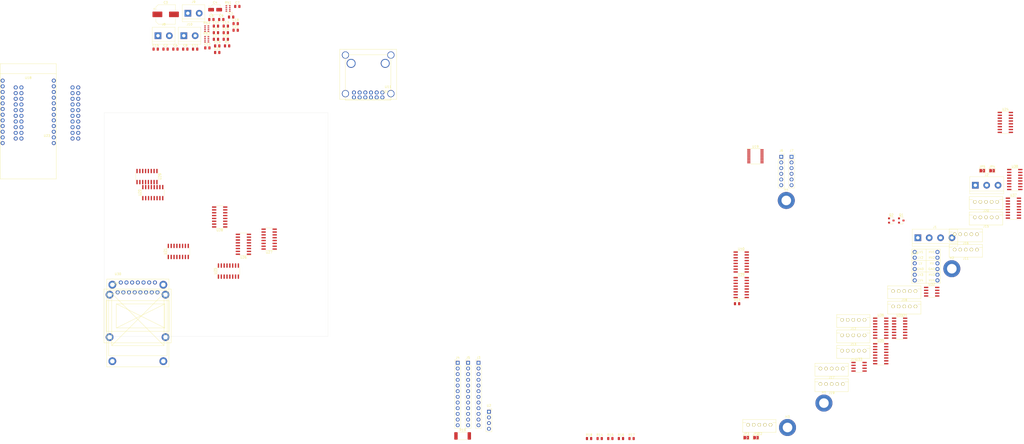
<source format=kicad_pcb>
(kicad_pcb (version 20171130) (host pcbnew 5.1.9-73d0e3b20d~88~ubuntu20.04.1)
  (layers (0 F.Cu signal) (31 B.Cu signal) (34 B.Paste user) (35 F.Paste user) (36 B.SilkS user) (37 F.SilkS user) (38 B.Mask user) (39 F.Mask user) (44 Edge.Cuts user))
  (net 0 "")
  (net 1 +5V)
  (net 2 GND)
  (net 3 +12V)
  (net 4 /RX_EXT)
  (net 5 /TX_EXT)
  (net 6 /SENSOR_L)
  (net 7 /SENSOR_K)
  (net 8 /SENSOR_J)
  (net 9 /SENSOR_I)
  (net 10 /SENSOR_H)
  (net 11 /SENSOR_G)
  (net 12 /SENSOR_F)
  (net 13 /SENSOR_E)
  (net 14 /SENSOR_D)
  (net 15 /SENSOR_C)
  (net 16 /SENSOR_B)
  (net 17 /SENSOR_A)
  (net 18 /SENSOR_LATCH_IN)
  (net 19 /SENSOR_DATA_IN)
  (net 20 /MOTOR_OE_IN)
  (net 21 /MOTOR_LATCH_IN)
  (net 22 /CLOCK_IN)
  (net 23 /MOTOR_DATA_IN)
  (net 24 /SENSOR_LATCH)
  (net 25 /SENSOR_DATA)
  (net 26 /MOTOR_OE)
  (net 27 /MOTOR_LATCH)
  (net 28 /CLOCK)
  (net 29 /MOTOR_DATA_OUT)
  (net 30 +12V_Monitored)
  (net 31 /OUT_A_PHASE_D)
  (net 32 /OUT_A_PHASE_C)
  (net 33 /OUT_A_PHASE_B)
  (net 34 /OUT_A_PHASE_A)
  (net 35 /OUT_E_PHASE_D)
  (net 36 /OUT_E_PHASE_C)
  (net 37 /OUT_E_PHASE_B)
  (net 38 /OUT_E_PHASE_A)
  (net 39 /OUT_I_PHASE_D)
  (net 40 /OUT_I_PHASE_C)
  (net 41 /OUT_I_PHASE_B)
  (net 42 /OUT_I_PHASE_A)
  (net 43 /OUT_B_PHASE_D)
  (net 44 /OUT_B_PHASE_C)
  (net 45 /OUT_B_PHASE_B)
  (net 46 /OUT_B_PHASE_A)
  (net 47 /OUT_F_PHASE_D)
  (net 48 /OUT_F_PHASE_C)
  (net 49 /OUT_F_PHASE_B)
  (net 50 /OUT_F_PHASE_A)
  (net 51 /OUT_J_PHASE_D)
  (net 52 /OUT_J_PHASE_C)
  (net 53 /OUT_J_PHASE_B)
  (net 54 /OUT_J_PHASE_A)
  (net 55 /OUT_C_PHASE_D)
  (net 56 /OUT_C_PHASE_C)
  (net 57 /OUT_C_PHASE_B)
  (net 58 /OUT_C_PHASE_A)
  (net 59 /OUT_G_PHASE_D)
  (net 60 /OUT_G_PHASE_C)
  (net 61 /OUT_G_PHASE_B)
  (net 62 /OUT_G_PHASE_A)
  (net 63 /OUT_K_PHASE_D)
  (net 64 /OUT_K_PHASE_C)
  (net 65 /OUT_K_PHASE_B)
  (net 66 /OUT_K_PHASE_A)
  (net 67 /OUT_D_PHASE_D)
  (net 68 /OUT_D_PHASE_C)
  (net 69 /OUT_D_PHASE_B)
  (net 70 /OUT_D_PHASE_A)
  (net 71 /OUT_H_PHASE_D)
  (net 72 /OUT_H_PHASE_C)
  (net 73 /OUT_H_PHASE_B)
  (net 74 /OUT_H_PHASE_A)
  (net 75 /OUT_L_PHASE_D)
  (net 76 /OUT_L_PHASE_C)
  (net 77 /OUT_L_PHASE_B)
  (net 78 /OUT_L_PHASE_A)
  (net 79 /RX)
  (net 80 /TX)
  (net 81 "Net-(JP4-Pad2)")
  (net 82 "Net-(JP5-Pad2)")
  (net 83 /SCL)
  (net 84 /SDA)
  (net 85 /RS485_DRIVE_EN)
  (net 86 /MOTOR_L_PHASE_A)
  (net 87 /MOTOR_L_PHASE_B)
  (net 88 /MOTOR_L_PHASE_C)
  (net 89 /MOTOR_L_PHASE_D)
  (net 90 /MOTOR_K_PHASE_C)
  (net 91 /MOTOR_K_PHASE_D)
  (net 92 /MOTOR_K_PHASE_A)
  (net 93 /MOTOR_K_PHASE_B)
  (net 94 /MOTOR_J_PHASE_C)
  (net 95 /MOTOR_J_PHASE_D)
  (net 96 /MOTOR_J_PHASE_A)
  (net 97 /MOTOR_J_PHASE_B)
  (net 98 /MOTOR_I_PHASE_C)
  (net 99 /MOTOR_I_PHASE_D)
  (net 100 /MOTOR_I_PHASE_A)
  (net 101 /MOTOR_I_PHASE_B)
  (net 102 /MOTOR_H_PHASE_C)
  (net 103 /MOTOR_H_PHASE_D)
  (net 104 /MOTOR_H_PHASE_A)
  (net 105 /MOTOR_H_PHASE_B)
  (net 106 /MOTOR_G_PHASE_C)
  (net 107 /MOTOR_G_PHASE_D)
  (net 108 /MOTOR_G_PHASE_A)
  (net 109 /MOTOR_G_PHASE_B)
  (net 110 /MOTOR_F_PHASE_C)
  (net 111 /MOTOR_F_PHASE_D)
  (net 112 /MOTOR_F_PHASE_A)
  (net 113 /MOTOR_F_PHASE_B)
  (net 114 /MOTOR_E_PHASE_C)
  (net 115 /MOTOR_E_PHASE_D)
  (net 116 /MOTOR_E_PHASE_A)
  (net 117 /MOTOR_E_PHASE_B)
  (net 118 /MOTOR_D_PHASE_D)
  (net 119 /MOTOR_D_PHASE_C)
  (net 120 /MOTOR_D_PHASE_B)
  (net 121 /MOTOR_D_PHASE_A)
  (net 122 /MOTOR_C_PHASE_D)
  (net 123 /MOTOR_C_PHASE_C)
  (net 124 /MOTOR_C_PHASE_B)
  (net 125 /MOTOR_C_PHASE_A)
  (net 126 /MOTOR_B_PHASE_D)
  (net 127 /MOTOR_B_PHASE_C)
  (net 128 /MOTOR_B_PHASE_B)
  (net 129 /MOTOR_B_PHASE_A)
  (net 130 /MOTOR_A_PHASE_D)
  (net 131 /MOTOR_A_PHASE_C)
  (net 132 /MOTOR_A_PHASE_B)
  (net 133 /MOTOR_A_PHASE_A)
  (net 134 /MOTOR_DATA)
  (net 135 /SENSOR_DATA_CHAIN)
  (net 136 "Net-(U20-Pad9)")
  (net 137 /DISP_CS)
  (net 138 /DISP_BLK)
  (net 139 /DISP_DC)
  (net 140 /DISP_RES)
  (net 141 /DISP_MOSI)
  (net 142 /DISP_CLK)
  (net 143 "Net-(U24-Pad9)")
  (net 144 "Net-(U25-Pad9)")
  (net 145 "Net-(U26-Pad9)")
  (net 146 "Net-(U27-Pad9)")
  (net 147 "Net-(U28-Pad9)")
  (net 148 +3V3)
  (net 149 "Net-(J8-Pad2)")
  (net 150 "Net-(J8-Pad1)")
  (module Package_SO:SOIC-16_3.9x9.9mm_P1.27mm (layer F.Cu) (at 39.1 48.5 270)
    (fp_text reference U29 (at 0 -5.9 90) (layer F.SilkS))
    (fp_text value 74HC595)
    (pad 16 smd roundrect (at 2.475 -4.445 270) (size 1.95 0.6) (layers F.Cu F.Paste F.Mask) (net 148 +3V3))
    (pad 15 smd roundrect (at 2.475 -3.175 270) (size 1.95 0.6) (layers F.Cu F.Paste F.Mask) (net 92 /MOTOR_K_PHASE_A))
    (pad 14 smd roundrect (at 2.475 -1.905 270) (size 1.95 0.6) (layers F.Cu F.Paste F.Mask) (net 147 "Net-(U28-Pad9)"))
    (pad 13 smd roundrect (at 2.475 -0.635 270) (size 1.95 0.6) (layers F.Cu F.Paste F.Mask) (net 26 /MOTOR_OE))
    (pad 12 smd roundrect (at 2.475 0.635 270) (size 1.95 0.6) (layers F.Cu F.Paste F.Mask) (net 27 /MOTOR_LATCH))
    (pad 11 smd roundrect (at 2.475 1.905 270) (size 1.95 0.6) (layers F.Cu F.Paste F.Mask) (net 28 /CLOCK))
    (pad 10 smd roundrect (at 2.475 3.175 270) (size 1.95 0.6) (layers F.Cu F.Paste F.Mask) (net 148 +3V3))
    (pad 9 smd roundrect (at 2.475 4.445 270) (size 1.95 0.6) (layers F.Cu F.Paste F.Mask) (net 29 /MOTOR_DATA_OUT))
    (pad 8 smd roundrect (at -2.475 4.445 270) (size 1.95 0.6) (layers F.Cu F.Paste F.Mask) (net 2 GND))
    (pad 7 smd roundrect (at -2.475 3.175 270) (size 1.95 0.6) (layers F.Cu F.Paste F.Mask) (net 89 /MOTOR_L_PHASE_D))
    (pad 6 smd roundrect (at -2.475 1.905 270) (size 1.95 0.6) (layers F.Cu F.Paste F.Mask) (net 88 /MOTOR_L_PHASE_C))
    (pad 5 smd roundrect (at -2.475 0.635 270) (size 1.95 0.6) (layers F.Cu F.Paste F.Mask) (net 87 /MOTOR_L_PHASE_B))
    (pad 4 smd roundrect (at -2.475 -0.635 270) (size 1.95 0.6) (layers F.Cu F.Paste F.Mask) (net 86 /MOTOR_L_PHASE_A))
    (pad 3 smd roundrect (at -2.475 -1.905 270) (size 1.95 0.6) (layers F.Cu F.Paste F.Mask) (net 91 /MOTOR_K_PHASE_D))
    (pad 2 smd roundrect (at -2.475 -3.175 270) (size 1.95 0.6) (layers F.Cu F.Paste F.Mask) (net 90 /MOTOR_K_PHASE_C))
    (pad 1 smd roundrect (at -2.475 -4.445 270) (size 1.95 0.6) (layers F.Cu F.Paste F.Mask) (net 93 /MOTOR_K_PHASE_B))
  )
  (module Package_SO:SOIC-16_3.9x9.9mm_P1.27mm (layer F.Cu) (at 71.6 66.6 180)
    (fp_text reference U28 (at 0 -5.9) (layer F.SilkS))
    (fp_text value 74HC595)
    (pad 16 smd roundrect (at 2.475 -4.445 180) (size 1.95 0.6) (layers F.Cu F.Paste F.Mask) (net 148 +3V3))
    (pad 15 smd roundrect (at 2.475 -3.175 180) (size 1.95 0.6) (layers F.Cu F.Paste F.Mask) (net 100 /MOTOR_I_PHASE_A))
    (pad 14 smd roundrect (at 2.475 -1.905 180) (size 1.95 0.6) (layers F.Cu F.Paste F.Mask) (net 146 "Net-(U27-Pad9)"))
    (pad 13 smd roundrect (at 2.475 -0.635 180) (size 1.95 0.6) (layers F.Cu F.Paste F.Mask) (net 26 /MOTOR_OE))
    (pad 12 smd roundrect (at 2.475 0.635 180) (size 1.95 0.6) (layers F.Cu F.Paste F.Mask) (net 27 /MOTOR_LATCH))
    (pad 11 smd roundrect (at 2.475 1.905 180) (size 1.95 0.6) (layers F.Cu F.Paste F.Mask) (net 28 /CLOCK))
    (pad 10 smd roundrect (at 2.475 3.175 180) (size 1.95 0.6) (layers F.Cu F.Paste F.Mask) (net 148 +3V3))
    (pad 9 smd roundrect (at 2.475 4.445 180) (size 1.95 0.6) (layers F.Cu F.Paste F.Mask) (net 147 "Net-(U28-Pad9)"))
    (pad 8 smd roundrect (at -2.475 4.445 180) (size 1.95 0.6) (layers F.Cu F.Paste F.Mask) (net 2 GND))
    (pad 7 smd roundrect (at -2.475 3.175 180) (size 1.95 0.6) (layers F.Cu F.Paste F.Mask) (net 95 /MOTOR_J_PHASE_D))
    (pad 6 smd roundrect (at -2.475 1.905 180) (size 1.95 0.6) (layers F.Cu F.Paste F.Mask) (net 94 /MOTOR_J_PHASE_C))
    (pad 5 smd roundrect (at -2.475 0.635 180) (size 1.95 0.6) (layers F.Cu F.Paste F.Mask) (net 97 /MOTOR_J_PHASE_B))
    (pad 4 smd roundrect (at -2.475 -0.635 180) (size 1.95 0.6) (layers F.Cu F.Paste F.Mask) (net 96 /MOTOR_J_PHASE_A))
    (pad 3 smd roundrect (at -2.475 -1.905 180) (size 1.95 0.6) (layers F.Cu F.Paste F.Mask) (net 99 /MOTOR_I_PHASE_D))
    (pad 2 smd roundrect (at -2.475 -3.175 180) (size 1.95 0.6) (layers F.Cu F.Paste F.Mask) (net 98 /MOTOR_I_PHASE_C))
    (pad 1 smd roundrect (at -2.475 -4.445 180) (size 1.95 0.6) (layers F.Cu F.Paste F.Mask) (net 101 /MOTOR_I_PHASE_B))
  )
  (module Package_SO:SOIC-16_3.9x9.9mm_P1.27mm (layer F.Cu) (at 93.7 76.5 180)
    (fp_text reference U27 (at 0 -5.9) (layer F.SilkS))
    (fp_text value 74HC595)
    (pad 16 smd roundrect (at 2.475 -4.445 180) (size 1.95 0.6) (layers F.Cu F.Paste F.Mask) (net 148 +3V3))
    (pad 15 smd roundrect (at 2.475 -3.175 180) (size 1.95 0.6) (layers F.Cu F.Paste F.Mask) (net 108 /MOTOR_G_PHASE_A))
    (pad 14 smd roundrect (at 2.475 -1.905 180) (size 1.95 0.6) (layers F.Cu F.Paste F.Mask) (net 145 "Net-(U26-Pad9)"))
    (pad 13 smd roundrect (at 2.475 -0.635 180) (size 1.95 0.6) (layers F.Cu F.Paste F.Mask) (net 26 /MOTOR_OE))
    (pad 12 smd roundrect (at 2.475 0.635 180) (size 1.95 0.6) (layers F.Cu F.Paste F.Mask) (net 27 /MOTOR_LATCH))
    (pad 11 smd roundrect (at 2.475 1.905 180) (size 1.95 0.6) (layers F.Cu F.Paste F.Mask) (net 28 /CLOCK))
    (pad 10 smd roundrect (at 2.475 3.175 180) (size 1.95 0.6) (layers F.Cu F.Paste F.Mask) (net 148 +3V3))
    (pad 9 smd roundrect (at 2.475 4.445 180) (size 1.95 0.6) (layers F.Cu F.Paste F.Mask) (net 146 "Net-(U27-Pad9)"))
    (pad 8 smd roundrect (at -2.475 4.445 180) (size 1.95 0.6) (layers F.Cu F.Paste F.Mask) (net 2 GND))
    (pad 7 smd roundrect (at -2.475 3.175 180) (size 1.95 0.6) (layers F.Cu F.Paste F.Mask) (net 103 /MOTOR_H_PHASE_D))
    (pad 6 smd roundrect (at -2.475 1.905 180) (size 1.95 0.6) (layers F.Cu F.Paste F.Mask) (net 102 /MOTOR_H_PHASE_C))
    (pad 5 smd roundrect (at -2.475 0.635 180) (size 1.95 0.6) (layers F.Cu F.Paste F.Mask) (net 105 /MOTOR_H_PHASE_B))
    (pad 4 smd roundrect (at -2.475 -0.635 180) (size 1.95 0.6) (layers F.Cu F.Paste F.Mask) (net 104 /MOTOR_H_PHASE_A))
    (pad 3 smd roundrect (at -2.475 -1.905 180) (size 1.95 0.6) (layers F.Cu F.Paste F.Mask) (net 107 /MOTOR_G_PHASE_D))
    (pad 2 smd roundrect (at -2.475 -3.175 180) (size 1.95 0.6) (layers F.Cu F.Paste F.Mask) (net 106 /MOTOR_G_PHASE_C))
    (pad 1 smd roundrect (at -2.475 -4.445 180) (size 1.95 0.6) (layers F.Cu F.Paste F.Mask) (net 109 /MOTOR_G_PHASE_B))
  )
  (module Package_SO:SOIC-16_3.9x9.9mm_P1.27mm (layer F.Cu) (at 82.2 78.8 180)
    (fp_text reference U26 (at 0 -5.9) (layer F.SilkS))
    (fp_text value 74HC595)
    (pad 16 smd roundrect (at 2.475 -4.445 180) (size 1.95 0.6) (layers F.Cu F.Paste F.Mask) (net 148 +3V3))
    (pad 15 smd roundrect (at 2.475 -3.175 180) (size 1.95 0.6) (layers F.Cu F.Paste F.Mask) (net 116 /MOTOR_E_PHASE_A))
    (pad 14 smd roundrect (at 2.475 -1.905 180) (size 1.95 0.6) (layers F.Cu F.Paste F.Mask) (net 144 "Net-(U25-Pad9)"))
    (pad 13 smd roundrect (at 2.475 -0.635 180) (size 1.95 0.6) (layers F.Cu F.Paste F.Mask) (net 26 /MOTOR_OE))
    (pad 12 smd roundrect (at 2.475 0.635 180) (size 1.95 0.6) (layers F.Cu F.Paste F.Mask) (net 27 /MOTOR_LATCH))
    (pad 11 smd roundrect (at 2.475 1.905 180) (size 1.95 0.6) (layers F.Cu F.Paste F.Mask) (net 28 /CLOCK))
    (pad 10 smd roundrect (at 2.475 3.175 180) (size 1.95 0.6) (layers F.Cu F.Paste F.Mask) (net 148 +3V3))
    (pad 9 smd roundrect (at 2.475 4.445 180) (size 1.95 0.6) (layers F.Cu F.Paste F.Mask) (net 145 "Net-(U26-Pad9)"))
    (pad 8 smd roundrect (at -2.475 4.445 180) (size 1.95 0.6) (layers F.Cu F.Paste F.Mask) (net 2 GND))
    (pad 7 smd roundrect (at -2.475 3.175 180) (size 1.95 0.6) (layers F.Cu F.Paste F.Mask) (net 111 /MOTOR_F_PHASE_D))
    (pad 6 smd roundrect (at -2.475 1.905 180) (size 1.95 0.6) (layers F.Cu F.Paste F.Mask) (net 110 /MOTOR_F_PHASE_C))
    (pad 5 smd roundrect (at -2.475 0.635 180) (size 1.95 0.6) (layers F.Cu F.Paste F.Mask) (net 113 /MOTOR_F_PHASE_B))
    (pad 4 smd roundrect (at -2.475 -0.635 180) (size 1.95 0.6) (layers F.Cu F.Paste F.Mask) (net 112 /MOTOR_F_PHASE_A))
    (pad 3 smd roundrect (at -2.475 -1.905 180) (size 1.95 0.6) (layers F.Cu F.Paste F.Mask) (net 115 /MOTOR_E_PHASE_D))
    (pad 2 smd roundrect (at -2.475 -3.175 180) (size 1.95 0.6) (layers F.Cu F.Paste F.Mask) (net 114 /MOTOR_E_PHASE_C))
    (pad 1 smd roundrect (at -2.475 -4.445 180) (size 1.95 0.6) (layers F.Cu F.Paste F.Mask) (net 117 /MOTOR_E_PHASE_B))
  )
  (module Package_SO:SOIC-16_3.9x9.9mm_P1.27mm (layer F.Cu) (at 75.5 90.8 90)
    (fp_text reference U25 (at 0 -5.9 90) (layer F.SilkS))
    (fp_text value 74HC595)
    (pad 16 smd roundrect (at 2.475 -4.445 90) (size 1.95 0.6) (layers F.Cu F.Paste F.Mask) (net 148 +3V3))
    (pad 15 smd roundrect (at 2.475 -3.175 90) (size 1.95 0.6) (layers F.Cu F.Paste F.Mask) (net 125 /MOTOR_C_PHASE_A))
    (pad 14 smd roundrect (at 2.475 -1.905 90) (size 1.95 0.6) (layers F.Cu F.Paste F.Mask) (net 143 "Net-(U24-Pad9)"))
    (pad 13 smd roundrect (at 2.475 -0.635 90) (size 1.95 0.6) (layers F.Cu F.Paste F.Mask) (net 26 /MOTOR_OE))
    (pad 12 smd roundrect (at 2.475 0.635 90) (size 1.95 0.6) (layers F.Cu F.Paste F.Mask) (net 27 /MOTOR_LATCH))
    (pad 11 smd roundrect (at 2.475 1.905 90) (size 1.95 0.6) (layers F.Cu F.Paste F.Mask) (net 28 /CLOCK))
    (pad 10 smd roundrect (at 2.475 3.175 90) (size 1.95 0.6) (layers F.Cu F.Paste F.Mask) (net 148 +3V3))
    (pad 9 smd roundrect (at 2.475 4.445 90) (size 1.95 0.6) (layers F.Cu F.Paste F.Mask) (net 144 "Net-(U25-Pad9)"))
    (pad 8 smd roundrect (at -2.475 4.445 90) (size 1.95 0.6) (layers F.Cu F.Paste F.Mask) (net 2 GND))
    (pad 7 smd roundrect (at -2.475 3.175 90) (size 1.95 0.6) (layers F.Cu F.Paste F.Mask) (net 118 /MOTOR_D_PHASE_D))
    (pad 6 smd roundrect (at -2.475 1.905 90) (size 1.95 0.6) (layers F.Cu F.Paste F.Mask) (net 119 /MOTOR_D_PHASE_C))
    (pad 5 smd roundrect (at -2.475 0.635 90) (size 1.95 0.6) (layers F.Cu F.Paste F.Mask) (net 120 /MOTOR_D_PHASE_B))
    (pad 4 smd roundrect (at -2.475 -0.635 90) (size 1.95 0.6) (layers F.Cu F.Paste F.Mask) (net 121 /MOTOR_D_PHASE_A))
    (pad 3 smd roundrect (at -2.475 -1.905 90) (size 1.95 0.6) (layers F.Cu F.Paste F.Mask) (net 122 /MOTOR_C_PHASE_D))
    (pad 2 smd roundrect (at -2.475 -3.175 90) (size 1.95 0.6) (layers F.Cu F.Paste F.Mask) (net 123 /MOTOR_C_PHASE_C))
    (pad 1 smd roundrect (at -2.475 -4.445 90) (size 1.95 0.6) (layers F.Cu F.Paste F.Mask) (net 124 /MOTOR_C_PHASE_B))
  )
  (module Package_SO:SOIC-16_3.9x9.9mm_P1.27mm (layer F.Cu) (at 422.71 24.28)
    (fp_text reference U24 (at 0 -5.9) (layer F.SilkS))
    (fp_text value 74HC595)
    (pad 16 smd roundrect (at 2.475 -4.445) (size 1.95 0.6) (layers F.Cu F.Paste F.Mask) (net 148 +3V3))
    (pad 15 smd roundrect (at 2.475 -3.175) (size 1.95 0.6) (layers F.Cu F.Paste F.Mask) (net 133 /MOTOR_A_PHASE_A))
    (pad 14 smd roundrect (at 2.475 -1.905) (size 1.95 0.6) (layers F.Cu F.Paste F.Mask) (net 134 /MOTOR_DATA))
    (pad 13 smd roundrect (at 2.475 -0.635) (size 1.95 0.6) (layers F.Cu F.Paste F.Mask) (net 26 /MOTOR_OE))
    (pad 12 smd roundrect (at 2.475 0.635) (size 1.95 0.6) (layers F.Cu F.Paste F.Mask) (net 27 /MOTOR_LATCH))
    (pad 11 smd roundrect (at 2.475 1.905) (size 1.95 0.6) (layers F.Cu F.Paste F.Mask) (net 28 /CLOCK))
    (pad 10 smd roundrect (at 2.475 3.175) (size 1.95 0.6) (layers F.Cu F.Paste F.Mask) (net 148 +3V3))
    (pad 9 smd roundrect (at 2.475 4.445) (size 1.95 0.6) (layers F.Cu F.Paste F.Mask) (net 143 "Net-(U24-Pad9)"))
    (pad 8 smd roundrect (at -2.475 4.445) (size 1.95 0.6) (layers F.Cu F.Paste F.Mask) (net 2 GND))
    (pad 7 smd roundrect (at -2.475 3.175) (size 1.95 0.6) (layers F.Cu F.Paste F.Mask) (net 126 /MOTOR_B_PHASE_D))
    (pad 6 smd roundrect (at -2.475 1.905) (size 1.95 0.6) (layers F.Cu F.Paste F.Mask) (net 127 /MOTOR_B_PHASE_C))
    (pad 5 smd roundrect (at -2.475 0.635) (size 1.95 0.6) (layers F.Cu F.Paste F.Mask) (net 128 /MOTOR_B_PHASE_B))
    (pad 4 smd roundrect (at -2.475 -0.635) (size 1.95 0.6) (layers F.Cu F.Paste F.Mask) (net 129 /MOTOR_B_PHASE_A))
    (pad 3 smd roundrect (at -2.475 -1.905) (size 1.95 0.6) (layers F.Cu F.Paste F.Mask) (net 130 /MOTOR_A_PHASE_D))
    (pad 2 smd roundrect (at -2.475 -3.175) (size 1.95 0.6) (layers F.Cu F.Paste F.Mask) (net 131 /MOTOR_A_PHASE_C))
    (pad 1 smd roundrect (at -2.475 -4.445) (size 1.95 0.6) (layers F.Cu F.Paste F.Mask) (net 132 /MOTOR_A_PHASE_B))
  )
  (module Package_SO:SOIC-16_3.9x9.9mm_P1.27mm (layer F.Cu) (at 53.1 82 90)
    (fp_text reference U21 (at 0 -5.9 90) (layer F.SilkS))
    (fp_text value 74HC165)
    (pad 16 smd roundrect (at 2.475 -4.445 90) (size 1.95 0.6) (layers F.Cu F.Paste F.Mask) (net 148 +3V3))
    (pad 15 smd roundrect (at 2.475 -3.175 90) (size 1.95 0.6) (layers F.Cu F.Paste F.Mask) (net 2 GND))
    (pad 14 smd roundrect (at 2.475 -1.905 90) (size 1.95 0.6) (layers F.Cu F.Paste F.Mask) (net 14 /SENSOR_D))
    (pad 13 smd roundrect (at 2.475 -0.635 90) (size 1.95 0.6) (layers F.Cu F.Paste F.Mask) (net 15 /SENSOR_C))
    (pad 12 smd roundrect (at 2.475 0.635 90) (size 1.95 0.6) (layers F.Cu F.Paste F.Mask) (net 16 /SENSOR_B))
    (pad 11 smd roundrect (at 2.475 1.905 90) (size 1.95 0.6) (layers F.Cu F.Paste F.Mask) (net 17 /SENSOR_A))
    (pad 10 smd roundrect (at 2.475 3.175 90) (size 1.95 0.6) (layers F.Cu F.Paste F.Mask) (net 136 "Net-(U20-Pad9)"))
    (pad 9 smd roundrect (at 2.475 4.445 90) (size 1.95 0.6) (layers F.Cu F.Paste F.Mask) (net 25 /SENSOR_DATA))
    (pad 8 smd roundrect (at -2.475 4.445 90) (size 1.95 0.6) (layers F.Cu F.Paste F.Mask) (net 2 GND))
    (pad 7 smd roundrect (at -2.475 3.175 90) (size 1.95 0.6) (layers F.Cu F.Paste F.Mask))
    (pad 6 smd roundrect (at -2.475 1.905 90) (size 1.95 0.6) (layers F.Cu F.Paste F.Mask) (net 10 /SENSOR_H))
    (pad 5 smd roundrect (at -2.475 0.635 90) (size 1.95 0.6) (layers F.Cu F.Paste F.Mask) (net 11 /SENSOR_G))
    (pad 4 smd roundrect (at -2.475 -0.635 90) (size 1.95 0.6) (layers F.Cu F.Paste F.Mask) (net 12 /SENSOR_F))
    (pad 3 smd roundrect (at -2.475 -1.905 90) (size 1.95 0.6) (layers F.Cu F.Paste F.Mask) (net 13 /SENSOR_E))
    (pad 2 smd roundrect (at -2.475 -3.175 90) (size 1.95 0.6) (layers F.Cu F.Paste F.Mask) (net 28 /CLOCK))
    (pad 1 smd roundrect (at -2.475 -4.445 90) (size 1.95 0.6) (layers F.Cu F.Paste F.Mask) (net 24 /SENSOR_LATCH))
  )
  (module Package_SO:SOIC-16_3.9x9.9mm_P1.27mm (layer F.Cu) (at 41.7 55.7 90)
    (fp_text reference U20 (at 0 -5.9 90) (layer F.SilkS))
    (fp_text value 74HC165)
    (pad 16 smd roundrect (at 2.475 -4.445 90) (size 1.95 0.6) (layers F.Cu F.Paste F.Mask) (net 148 +3V3))
    (pad 15 smd roundrect (at 2.475 -3.175 90) (size 1.95 0.6) (layers F.Cu F.Paste F.Mask) (net 2 GND))
    (pad 14 smd roundrect (at 2.475 -1.905 90) (size 1.95 0.6) (layers F.Cu F.Paste F.Mask) (net 6 /SENSOR_L))
    (pad 13 smd roundrect (at 2.475 -0.635 90) (size 1.95 0.6) (layers F.Cu F.Paste F.Mask) (net 7 /SENSOR_K))
    (pad 12 smd roundrect (at 2.475 0.635 90) (size 1.95 0.6) (layers F.Cu F.Paste F.Mask) (net 8 /SENSOR_J))
    (pad 11 smd roundrect (at 2.475 1.905 90) (size 1.95 0.6) (layers F.Cu F.Paste F.Mask) (net 9 /SENSOR_I))
    (pad 10 smd roundrect (at 2.475 3.175 90) (size 1.95 0.6) (layers F.Cu F.Paste F.Mask) (net 135 /SENSOR_DATA_CHAIN))
    (pad 9 smd roundrect (at 2.475 4.445 90) (size 1.95 0.6) (layers F.Cu F.Paste F.Mask) (net 136 "Net-(U20-Pad9)"))
    (pad 8 smd roundrect (at -2.475 4.445 90) (size 1.95 0.6) (layers F.Cu F.Paste F.Mask) (net 2 GND))
    (pad 7 smd roundrect (at -2.475 3.175 90) (size 1.95 0.6) (layers F.Cu F.Paste F.Mask))
    (pad 6 smd roundrect (at -2.475 1.905 90) (size 1.95 0.6) (layers F.Cu F.Paste F.Mask) (net 2 GND))
    (pad 5 smd roundrect (at -2.475 0.635 90) (size 1.95 0.6) (layers F.Cu F.Paste F.Mask) (net 2 GND))
    (pad 4 smd roundrect (at -2.475 -0.635 90) (size 1.95 0.6) (layers F.Cu F.Paste F.Mask) (net 2 GND))
    (pad 3 smd roundrect (at -2.475 -1.905 90) (size 1.95 0.6) (layers F.Cu F.Paste F.Mask) (net 2 GND))
    (pad 2 smd roundrect (at -2.475 -3.175 90) (size 1.95 0.6) (layers F.Cu F.Paste F.Mask) (net 28 /CLOCK))
    (pad 1 smd roundrect (at -2.475 -4.445 90) (size 1.95 0.6) (layers F.Cu F.Paste F.Mask) (net 24 /SENSOR_LATCH))
  )
  (module Package_SO:TSSOP-20_4.4x6.5mm_P0.65mm (layer F.Cu) (at 311.01 39.4)
    (fp_text reference U19 (at 0 -4.3) (layer F.SilkS))
    (fp_text value 74HC244)
    (pad 20 smd rect (at 2.95 -2.925) (size 1.45 0.45) (layers F.Cu F.Paste F.Mask) (net 148 +3V3))
    (pad 19 smd rect (at 2.95 -2.275) (size 1.45 0.45) (layers F.Cu F.Paste F.Mask) (net 2 GND))
    (pad 18 smd rect (at 2.95 -1.625) (size 1.45 0.45) (layers F.Cu F.Paste F.Mask) (net 134 /MOTOR_DATA))
    (pad 17 smd rect (at 2.95 -0.975) (size 1.45 0.45) (layers F.Cu F.Paste F.Mask) (net 19 /SENSOR_DATA_IN))
    (pad 16 smd rect (at 2.95 -0.325) (size 1.45 0.45) (layers F.Cu F.Paste F.Mask) (net 28 /CLOCK))
    (pad 15 smd rect (at 2.95 0.325) (size 1.45 0.45) (layers F.Cu F.Paste F.Mask) (net 18 /SENSOR_LATCH_IN))
    (pad 14 smd rect (at 2.95 0.975) (size 1.45 0.45) (layers F.Cu F.Paste F.Mask) (net 27 /MOTOR_LATCH))
    (pad 13 smd rect (at 2.95 1.625) (size 1.45 0.45) (layers F.Cu F.Paste F.Mask))
    (pad 12 smd rect (at 2.95 2.275) (size 1.45 0.45) (layers F.Cu F.Paste F.Mask) (net 26 /MOTOR_OE))
    (pad 11 smd rect (at 2.95 2.925) (size 1.45 0.45) (layers F.Cu F.Paste F.Mask))
    (pad 10 smd rect (at -2.95 2.925) (size 1.45 0.45) (layers F.Cu F.Paste F.Mask) (net 2 GND))
    (pad 9 smd rect (at -2.95 2.275) (size 1.45 0.45) (layers F.Cu F.Paste F.Mask))
    (pad 8 smd rect (at -2.95 1.625) (size 1.45 0.45) (layers F.Cu F.Paste F.Mask) (net 20 /MOTOR_OE_IN))
    (pad 7 smd rect (at -2.95 0.975) (size 1.45 0.45) (layers F.Cu F.Paste F.Mask))
    (pad 6 smd rect (at -2.95 0.325) (size 1.45 0.45) (layers F.Cu F.Paste F.Mask) (net 21 /MOTOR_LATCH_IN))
    (pad 5 smd rect (at -2.95 -0.325) (size 1.45 0.45) (layers F.Cu F.Paste F.Mask) (net 24 /SENSOR_LATCH))
    (pad 4 smd rect (at -2.95 -0.975) (size 1.45 0.45) (layers F.Cu F.Paste F.Mask) (net 22 /CLOCK_IN))
    (pad 3 smd rect (at -2.95 -1.625) (size 1.45 0.45) (layers F.Cu F.Paste F.Mask) (net 135 /SENSOR_DATA_CHAIN))
    (pad 2 smd rect (at -2.95 -2.275) (size 1.45 0.45) (layers F.Cu F.Paste F.Mask) (net 23 /MOTOR_DATA_IN))
    (pad 1 smd rect (at -2.95 -2.925) (size 1.45 0.45) (layers F.Cu F.Paste F.Mask) (net 2 GND))
  )
  (module Resistor_SMD:R_Cat16-4 (layer F.Cu) (at 65.798 -17.66)
    (fp_text reference RN3 (at 0 -2.6) (layer F.SilkS))
    (fp_text value 47k)
    (pad 8 smd rect (at 0.76 -1.2 180) (size 0.76 0.43) (layers F.Cu F.Paste F.Mask) (net 148 +3V3))
    (pad 5 smd rect (at 0.76 1.2 180) (size 0.76 0.43) (layers F.Cu F.Paste F.Mask) (net 148 +3V3))
    (pad 4 smd rect (at -0.76 1.2 180) (size 0.76 0.43) (layers F.Cu F.Paste F.Mask) (net 6 /SENSOR_L))
    (pad 1 smd rect (at -0.76 -1.2 180) (size 0.76 0.43) (layers F.Cu F.Paste F.Mask) (net 9 /SENSOR_I))
    (pad 6 smd rect (at 0.76 0.4 180) (size 0.76 0.43) (layers F.Cu F.Paste F.Mask) (net 148 +3V3))
    (pad 3 smd rect (at -0.76 0.4 180) (size 0.76 0.43) (layers F.Cu F.Paste F.Mask) (net 7 /SENSOR_K))
    (pad 7 smd rect (at 0.76 -0.4 180) (size 0.76 0.43) (layers F.Cu F.Paste F.Mask) (net 148 +3V3))
    (pad 2 smd rect (at -0.76 -0.4 180) (size 0.76 0.43) (layers F.Cu F.Paste F.Mask) (net 8 /SENSOR_J))
  )
  (module Resistor_SMD:R_Cat16-4 (layer F.Cu) (at 65.798 -12.91)
    (fp_text reference RN2 (at 0 -2.6) (layer F.SilkS))
    (fp_text value 47k)
    (pad 8 smd rect (at 0.76 -1.2 180) (size 0.76 0.43) (layers F.Cu F.Paste F.Mask) (net 148 +3V3))
    (pad 5 smd rect (at 0.76 1.2 180) (size 0.76 0.43) (layers F.Cu F.Paste F.Mask) (net 148 +3V3))
    (pad 4 smd rect (at -0.76 1.2 180) (size 0.76 0.43) (layers F.Cu F.Paste F.Mask) (net 10 /SENSOR_H))
    (pad 1 smd rect (at -0.76 -1.2 180) (size 0.76 0.43) (layers F.Cu F.Paste F.Mask) (net 13 /SENSOR_E))
    (pad 6 smd rect (at 0.76 0.4 180) (size 0.76 0.43) (layers F.Cu F.Paste F.Mask) (net 148 +3V3))
    (pad 3 smd rect (at -0.76 0.4 180) (size 0.76 0.43) (layers F.Cu F.Paste F.Mask) (net 11 /SENSOR_G))
    (pad 7 smd rect (at 0.76 -0.4 180) (size 0.76 0.43) (layers F.Cu F.Paste F.Mask) (net 148 +3V3))
    (pad 2 smd rect (at -0.76 -0.4 180) (size 0.76 0.43) (layers F.Cu F.Paste F.Mask) (net 12 /SENSOR_F))
  )
  (module Resistor_SMD:R_Cat16-4 (layer F.Cu) (at 75.348 -26.71)
    (fp_text reference RN1 (at 0 -2.6) (layer F.SilkS))
    (fp_text value 47k)
    (pad 8 smd rect (at 0.76 -1.2 180) (size 0.76 0.43) (layers F.Cu F.Paste F.Mask) (net 148 +3V3))
    (pad 5 smd rect (at 0.76 1.2 180) (size 0.76 0.43) (layers F.Cu F.Paste F.Mask) (net 148 +3V3))
    (pad 4 smd rect (at -0.76 1.2 180) (size 0.76 0.43) (layers F.Cu F.Paste F.Mask) (net 14 /SENSOR_D))
    (pad 1 smd rect (at -0.76 -1.2 180) (size 0.76 0.43) (layers F.Cu F.Paste F.Mask) (net 17 /SENSOR_A))
    (pad 6 smd rect (at 0.76 0.4 180) (size 0.76 0.43) (layers F.Cu F.Paste F.Mask) (net 148 +3V3))
    (pad 3 smd rect (at -0.76 0.4 180) (size 0.76 0.43) (layers F.Cu F.Paste F.Mask) (net 15 /SENSOR_C))
    (pad 7 smd rect (at 0.76 -0.4 180) (size 0.76 0.43) (layers F.Cu F.Paste F.Mask) (net 148 +3V3))
    (pad 2 smd rect (at -0.76 -0.4 180) (size 0.76 0.43) (layers F.Cu F.Paste F.Mask) (net 16 /SENSOR_B))
  )
  (module Resistor_SMD:R_0805_2012Metric (layer F.Cu) (at 236.67 165.72)
    (fp_text reference R18 (at 0 -1.65) (layer F.SilkS))
    (fp_text value 10k)
    (pad 2 smd roundrect (at 0.9375 0) (size 0.975 1.4) (layers F.Cu F.Paste F.Mask) (net 2 GND))
    (pad 1 smd roundrect (at -0.9375 0) (size 0.975 1.4) (layers F.Cu F.Paste F.Mask) (net 82 "Net-(JP5-Pad2)"))
  )
  (module Resistor_SMD:R_0805_2012Metric (layer F.Cu) (at 255.67 165.72)
    (fp_text reference R17 (at 0 -1.65) (layer F.SilkS))
    (fp_text value 10k)
    (pad 2 smd roundrect (at 0.9375 0) (size 0.975 1.4) (layers F.Cu F.Paste F.Mask) (net 2 GND))
    (pad 1 smd roundrect (at -0.9375 0) (size 0.975 1.4) (layers F.Cu F.Paste F.Mask) (net 81 "Net-(JP4-Pad2)"))
  )
  (module Resistor_SMD:R_0805_2012Metric (layer F.Cu) (at 250.92 165.72)
    (fp_text reference R16 (at 0 -1.65) (layer F.SilkS))
    (fp_text value 10k)
    (pad 2 smd roundrect (at 0.9375 0) (size 0.975 1.4) (layers F.Cu F.Paste F.Mask) (net 5 /TX_EXT))
    (pad 1 smd roundrect (at -0.9375 0) (size 0.975 1.4) (layers F.Cu F.Paste F.Mask) (net 1 +5V))
  )
  (module Resistor_SMD:R_0805_2012Metric (layer F.Cu) (at 246.17 165.72)
    (fp_text reference R15 (at 0 -1.65) (layer F.SilkS))
    (fp_text value 10k)
    (pad 2 smd roundrect (at 0.9375 0) (size 0.975 1.4) (layers F.Cu F.Paste F.Mask) (net 4 /RX_EXT))
    (pad 1 smd roundrect (at -0.9375 0) (size 0.975 1.4) (layers F.Cu F.Paste F.Mask) (net 1 +5V))
  )
  (module Resistor_SMD:R_0805_2012Metric (layer F.Cu) (at 241.42 165.72)
    (fp_text reference R14 (at 0 -1.65) (layer F.SilkS))
    (fp_text value 10k)
    (pad 2 smd roundrect (at 0.9375 0) (size 0.975 1.4) (layers F.Cu F.Paste F.Mask) (net 80 /TX))
    (pad 1 smd roundrect (at -0.9375 0) (size 0.975 1.4) (layers F.Cu F.Paste F.Mask) (net 148 +3V3))
  )
  (module Resistor_SMD:R_0805_2012Metric (layer F.Cu) (at 302.82 105.39)
    (fp_text reference R13 (at 0 -1.65) (layer F.SilkS))
    (fp_text value 10k)
    (pad 2 smd roundrect (at 0.9375 0) (size 0.975 1.4) (layers F.Cu F.Paste F.Mask) (net 79 /RX))
    (pad 1 smd roundrect (at -0.9375 0) (size 0.975 1.4) (layers F.Cu F.Paste F.Mask) (net 148 +3V3))
  )
  (module Resistor_SMD:R_0805_2012Metric (layer F.Cu) (at 74.908 -9.96)
    (fp_text reference R1 (at 0 -1.65) (layer F.SilkS))
    (fp_text value 10k)
    (pad 2 smd roundrect (at 0.9375 0) (size 0.975 1.4) (layers F.Cu F.Paste F.Mask) (net 2 GND))
    (pad 1 smd roundrect (at -0.9375 0) (size 0.975 1.4) (layers F.Cu F.Paste F.Mask) (net 135 /SENSOR_DATA_CHAIN))
  )
  (module TerminalBlock:TerminalBlock_bornier-2_P5.08mm (layer F.Cu) (at 55.568 -14.51)
    (fp_text reference J10 (at 2.54 -5.08) (layer F.SilkS))
    (fp_text value "12V SENSE")
    (pad 2 thru_hole circle (at 5.08 0) (size 3 3) (drill 1.52) (layers *.Cu *.Mask) (net 30 +12V_Monitored))
    (pad 1 thru_hole rect (at 0 0) (size 3 3) (drill 1.52) (layers *.Cu *.Mask) (net 3 +12V))
  )
  (module TerminalBlock:TerminalBlock_bornier-2_P5.08mm (layer F.Cu) (at 57.368 -24.56)
    (fp_text reference J9 (at 2.54 -5.08) (layer F.SilkS))
    (fp_text value RS485)
    (pad 2 thru_hole circle (at 5.08 0) (size 3 3) (drill 1.52) (layers *.Cu *.Mask) (net 149 "Net-(J8-Pad2)"))
    (pad 1 thru_hole rect (at 0 0) (size 3 3) (drill 1.52) (layers *.Cu *.Mask) (net 150 "Net-(J8-Pad1)"))
  )
  (module TerminalBlock:TerminalBlock_bornier-2_P5.08mm (layer F.Cu) (at 44.018 -14.51)
    (fp_text reference J8 (at 2.54 -5.08) (layer F.SilkS))
    (fp_text value RS485)
    (pad 2 thru_hole circle (at 5.08 0) (size 3 3) (drill 1.52) (layers *.Cu *.Mask) (net 149 "Net-(J8-Pad2)"))
    (pad 1 thru_hole rect (at 0 0) (size 3 3) (drill 1.52) (layers *.Cu *.Mask) (net 150 "Net-(J8-Pad1)"))
  )
  (module TerminalBlock:TerminalBlock_bornier-4_P5.08mm (layer F.Cu) (at 383.61 75.89)
    (fp_text reference J1 (at 7.6 -4.8) (layer F.SilkS))
    (fp_text value "Power In")
    (pad 4 thru_hole circle (at 15.24 0) (size 3 3) (drill 1.52) (layers *.Cu *.Mask) (net 148 +3V3))
    (pad 1 thru_hole rect (at 0 0) (size 3 3) (drill 1.52) (layers *.Cu *.Mask) (net 3 +12V))
    (pad 3 thru_hole circle (at 10.16 0) (size 3 3) (drill 1.52) (layers *.Cu *.Mask) (net 1 +5V))
    (pad 2 thru_hole circle (at 5.08 0) (size 3 3) (drill 1.52) (layers *.Cu *.Mask) (net 2 GND))
  )
  (module MountingHole:MountingHole_4.3mm_M4_ISO7380_Pad (layer F.Cu) (at 324.81 59.2)
    (fp_text reference H4 (at 0 -4.8) (layer F.SilkS))
    (fp_text value MountingHole)
    (pad 1 thru_hole circle (at 0 0) (size 7.6 7.6) (drill 4.3) (layers *.Cu *.Mask))
  )
  (module MountingHole:MountingHole_4.3mm_M4_ISO7380_Pad (layer F.Cu) (at 325.36 160.78)
    (fp_text reference H3 (at 0 -4.8) (layer F.SilkS))
    (fp_text value MountingHole)
    (pad 1 thru_hole circle (at 0 0) (size 7.6 7.6) (drill 4.3) (layers *.Cu *.Mask))
  )
  (module MountingHole:MountingHole_4.3mm_M4_ISO7380_Pad (layer F.Cu) (at 398.79 89.74)
    (fp_text reference H2 (at 0 -4.8) (layer F.SilkS))
    (fp_text value MountingHole)
    (pad 1 thru_hole circle (at 0 0) (size 7.6 7.6) (drill 4.3) (layers *.Cu *.Mask))
  )
  (module MountingHole:MountingHole_4.3mm_M4_ISO7380_Pad (layer F.Cu) (at 341.63 149.86)
    (fp_text reference H1 (at 0 -4.8) (layer F.SilkS))
    (fp_text value MountingHole)
    (pad 1 thru_hole circle (at 0 0) (size 7.6 7.6) (drill 4.3) (layers *.Cu *.Mask))
  )
  (module Capacitor_SMD:C_0805_2012Metric (layer F.Cu) (at 70.498 -7.01)
    (fp_text reference C22 (at 0 -1.65) (layer F.SilkS))
    (fp_text value 0.1uF)
    (pad 2 smd roundrect (at 0.9375 0) (size 0.975 1.4) (layers F.Cu F.Paste F.Mask) (net 30 +12V_Monitored))
    (pad 1 smd roundrect (at -0.9375 0) (size 0.975 1.4) (layers F.Cu F.Paste F.Mask) (net 2 GND))
  )
  (module Capacitor_SMD:C_0805_2012Metric (layer F.Cu) (at 78.738 -16.96)
    (fp_text reference C21 (at 0 -1.65) (layer F.SilkS))
    (fp_text value 0.1uF)
    (pad 2 smd roundrect (at 0.9375 0) (size 0.975 1.4) (layers F.Cu F.Paste F.Mask) (net 30 +12V_Monitored))
    (pad 1 smd roundrect (at -0.9375 0) (size 0.975 1.4) (layers F.Cu F.Paste F.Mask) (net 2 GND))
  )
  (module Capacitor_SMD:C_0805_2012Metric (layer F.Cu) (at 74.328 -12.91)
    (fp_text reference C20 (at 0 -1.65) (layer F.SilkS))
    (fp_text value 0.1uF)
    (pad 2 smd roundrect (at 0.9375 0) (size 0.975 1.4) (layers F.Cu F.Paste F.Mask) (net 30 +12V_Monitored))
    (pad 1 smd roundrect (at -0.9375 0) (size 0.975 1.4) (layers F.Cu F.Paste F.Mask) (net 2 GND))
  )
  (module Capacitor_SMD:C_0805_2012Metric (layer F.Cu) (at 70.498 -9.96)
    (fp_text reference C19 (at 0 -1.65) (layer F.SilkS))
    (fp_text value 0.1uF)
    (pad 2 smd roundrect (at 0.9375 0) (size 0.975 1.4) (layers F.Cu F.Paste F.Mask) (net 30 +12V_Monitored))
    (pad 1 smd roundrect (at -0.9375 0) (size 0.975 1.4) (layers F.Cu F.Paste F.Mask) (net 2 GND))
  )
  (module Capacitor_SMD:C_0805_2012Metric (layer F.Cu) (at 78.738 -19.91)
    (fp_text reference C18 (at 0 -1.65) (layer F.SilkS))
    (fp_text value 0.1uF)
    (pad 2 smd roundrect (at 0.9375 0) (size 0.975 1.4) (layers F.Cu F.Paste F.Mask) (net 30 +12V_Monitored))
    (pad 1 smd roundrect (at -0.9375 0) (size 0.975 1.4) (layers F.Cu F.Paste F.Mask) (net 2 GND))
  )
  (module Capacitor_SMD:C_0805_2012Metric (layer F.Cu) (at 69.918 -12.91)
    (fp_text reference C17 (at 0 -1.65) (layer F.SilkS))
    (fp_text value 0.1uF)
    (pad 2 smd roundrect (at 0.9375 0) (size 0.975 1.4) (layers F.Cu F.Paste F.Mask) (net 30 +12V_Monitored))
    (pad 1 smd roundrect (at -0.9375 0) (size 0.975 1.4) (layers F.Cu F.Paste F.Mask) (net 2 GND))
  )
  (module Capacitor_SMD:C_0805_2012Metric (layer F.Cu) (at 74.328 -15.86)
    (fp_text reference C16 (at 0 -1.65) (layer F.SilkS))
    (fp_text value 0.1uF)
    (pad 2 smd roundrect (at 0.9375 0) (size 0.975 1.4) (layers F.Cu F.Paste F.Mask) (net 30 +12V_Monitored))
    (pad 1 smd roundrect (at -0.9375 0) (size 0.975 1.4) (layers F.Cu F.Paste F.Mask) (net 2 GND))
  )
  (module Capacitor_SMD:C_0805_2012Metric (layer F.Cu) (at 42.988 -8.51)
    (fp_text reference C15 (at 0 -1.65) (layer F.SilkS))
    (fp_text value 0.1uF)
    (pad 2 smd roundrect (at 0.9375 0) (size 0.975 1.4) (layers F.Cu F.Paste F.Mask) (net 2 GND))
    (pad 1 smd roundrect (at -0.9375 0) (size 0.975 1.4) (layers F.Cu F.Paste F.Mask) (net 148 +3V3))
  )
  (module Capacitor_SMD:C_0805_2012Metric (layer F.Cu) (at 69.918 -15.86)
    (fp_text reference C14 (at 0 -1.65) (layer F.SilkS))
    (fp_text value 0.1uF)
    (pad 2 smd roundrect (at 0.9375 0) (size 0.975 1.4) (layers F.Cu F.Paste F.Mask) (net 2 GND))
    (pad 1 smd roundrect (at -0.9375 0) (size 0.975 1.4) (layers F.Cu F.Paste F.Mask) (net 148 +3V3))
  )
  (module Capacitor_SMD:C_0805_2012Metric (layer F.Cu) (at 74.328 -18.81)
    (fp_text reference C13 (at 0 -1.65) (layer F.SilkS))
    (fp_text value 0.1uF)
    (pad 2 smd roundrect (at 0.9375 0) (size 0.975 1.4) (layers F.Cu F.Paste F.Mask) (net 2 GND))
    (pad 1 smd roundrect (at -0.9375 0) (size 0.975 1.4) (layers F.Cu F.Paste F.Mask) (net 148 +3V3))
  )
  (module Capacitor_SMD:C_0805_2012Metric (layer F.Cu) (at 66.088 -9.06)
    (fp_text reference C12 (at 0 -1.65) (layer F.SilkS))
    (fp_text value 0.1uF)
    (pad 2 smd roundrect (at 0.9375 0) (size 0.975 1.4) (layers F.Cu F.Paste F.Mask) (net 2 GND))
    (pad 1 smd roundrect (at -0.9375 0) (size 0.975 1.4) (layers F.Cu F.Paste F.Mask) (net 148 +3V3))
  )
  (module Capacitor_SMD:C_0805_2012Metric (layer F.Cu) (at 60.628 -8.51)
    (fp_text reference C11 (at 0 -1.65) (layer F.SilkS))
    (fp_text value 0.1uF)
    (pad 2 smd roundrect (at 0.9375 0) (size 0.975 1.4) (layers F.Cu F.Paste F.Mask) (net 2 GND))
    (pad 1 smd roundrect (at -0.9375 0) (size 0.975 1.4) (layers F.Cu F.Paste F.Mask) (net 148 +3V3))
  )
  (module Capacitor_SMD:C_0805_2012Metric (layer F.Cu) (at 69.918 -18.81)
    (fp_text reference C10 (at 0 -1.65) (layer F.SilkS))
    (fp_text value 0.1uF)
    (pad 2 smd roundrect (at 0.9375 0) (size 0.975 1.4) (layers F.Cu F.Paste F.Mask) (net 2 GND))
    (pad 1 smd roundrect (at -0.9375 0) (size 0.975 1.4) (layers F.Cu F.Paste F.Mask) (net 148 +3V3))
  )
  (module Capacitor_SMD:C_0805_2012Metric (layer F.Cu) (at 72.298 -21.76)
    (fp_text reference C9 (at 0 -1.65) (layer F.SilkS))
    (fp_text value 0.1uF)
    (pad 2 smd roundrect (at 0.9375 0) (size 0.975 1.4) (layers F.Cu F.Paste F.Mask) (net 2 GND))
    (pad 1 smd roundrect (at -0.9375 0) (size 0.975 1.4) (layers F.Cu F.Paste F.Mask) (net 148 +3V3))
  )
  (module Capacitor_SMD:C_0805_2012Metric (layer F.Cu) (at 56.218 -8.51)
    (fp_text reference C8 (at 0 -1.65) (layer F.SilkS))
    (fp_text value 0.1uF)
    (pad 2 smd roundrect (at 0.9375 0) (size 0.975 1.4) (layers F.Cu F.Paste F.Mask) (net 2 GND))
    (pad 1 smd roundrect (at -0.9375 0) (size 0.975 1.4) (layers F.Cu F.Paste F.Mask) (net 148 +3V3))
  )
  (module Capacitor_SMD:C_0805_2012Metric (layer F.Cu) (at 79.468 -27.61)
    (fp_text reference C7 (at 0 -1.65) (layer F.SilkS))
    (fp_text value 0.1uF)
    (pad 2 smd roundrect (at 0.9375 0) (size 0.975 1.4) (layers F.Cu F.Paste F.Mask) (net 2 GND))
    (pad 1 smd roundrect (at -0.9375 0) (size 0.975 1.4) (layers F.Cu F.Paste F.Mask) (net 148 +3V3))
  )
  (module Capacitor_SMD:C_0805_2012Metric (layer F.Cu) (at 51.808 -8.51)
    (fp_text reference C6 (at 0 -1.65) (layer F.SilkS))
    (fp_text value 0.1uF)
    (pad 2 smd roundrect (at 0.9375 0) (size 0.975 1.4) (layers F.Cu F.Paste F.Mask) (net 1 +5V))
    (pad 1 smd roundrect (at -0.9375 0) (size 0.975 1.4) (layers F.Cu F.Paste F.Mask) (net 2 GND))
  )
  (module Capacitor_SMD:C_0805_2012Metric (layer F.Cu) (at 67.888 -21.76)
    (fp_text reference C5 (at 0 -1.65) (layer F.SilkS))
    (fp_text value 0.1uF)
    (pad 2 smd roundrect (at 0.9375 0) (size 0.975 1.4) (layers F.Cu F.Paste F.Mask) (net 148 +3V3))
    (pad 1 smd roundrect (at -0.9375 0) (size 0.975 1.4) (layers F.Cu F.Paste F.Mask) (net 2 GND))
  )
  (module Capacitor_SMD:CP_Elec_4x5.4 (layer F.Cu) (at 69.558 -26.16)
    (fp_text reference C4 (at 0 -3.2) (layer F.SilkS))
    (fp_text value 10uF)
    (pad 2 smd roundrect (at 1.8 0) (size 2.6 1.6) (layers F.Cu F.Paste F.Mask) (roundrect_rratio 0.15625) (net 2 GND))
    (pad 1 smd roundrect (at -1.8 0) (size 2.6 1.6) (layers F.Cu F.Paste F.Mask) (roundrect_rratio 0.15625) (net 1 +5V))
  )
  (module Capacitor_SMD:CP_Elec_8x10.5 (layer F.Cu) (at 47.458 -24.06)
    (fp_text reference C3 (at 0 -5.3) (layer F.SilkS))
    (fp_text value 100uF)
    (pad 2 smd roundrect (at 3.7 0) (size 4.4 2.5) (layers F.Cu F.Paste F.Mask) (roundrect_rratio 0.1) (net 2 GND))
    (pad 1 smd roundrect (at -3.7 0) (size 4.4 2.5) (layers F.Cu F.Paste F.Mask) (roundrect_rratio 0.1) (net 3 +12V))
  )
  (module Capacitor_SMD:C_0805_2012Metric (layer F.Cu) (at 47.398 -8.51)
    (fp_text reference C2 (at 0 -1.65) (layer F.SilkS))
    (fp_text value 0.1uF)
    (pad 2 smd roundrect (at 0.9375 0) (size 0.975 1.4) (layers F.Cu F.Paste F.Mask) (net 148 +3V3))
    (pad 1 smd roundrect (at -0.9375 0) (size 0.975 1.4) (layers F.Cu F.Paste F.Mask) (net 2 GND))
  )
  (module Capacitor_SMD:C_0805_2012Metric (layer F.Cu) (at 76.708 -22.86)
    (fp_text reference C1 (at 0 -1.65) (layer F.SilkS))
    (fp_text value 0.1uF)
    (pad 2 smd roundrect (at 0.9375 0) (size 0.975 1.4) (layers F.Cu F.Paste F.Mask) (net 1 +5V))
    (pad 1 smd roundrect (at -0.9375 0) (size 0.975 1.4) (layers F.Cu F.Paste F.Mask) (net 2 GND))
  )
  (module Package_SO:SOIC-16_3.9x9.9mm_P1.27mm (layer F.Cu) (at 304.67 86.74)
    (fp_text reference U40 (at 0 -5.9) (layer F.SilkS))
    (fp_text value TPL7407LA)
    (pad 16 smd roundrect (at 2.475 -4.445) (size 1.95 0.6) (layers F.Cu F.Paste F.Mask) (net 49 /OUT_F_PHASE_B))
    (pad 15 smd roundrect (at 2.475 -3.175) (size 1.95 0.6) (layers F.Cu F.Paste F.Mask) (net 48 /OUT_F_PHASE_C))
    (pad 14 smd roundrect (at 2.475 -1.905) (size 1.95 0.6) (layers F.Cu F.Paste F.Mask) (net 47 /OUT_F_PHASE_D))
    (pad 13 smd roundrect (at 2.475 -0.635) (size 1.95 0.6) (layers F.Cu F.Paste F.Mask) (net 62 /OUT_G_PHASE_A))
    (pad 12 smd roundrect (at 2.475 0.635) (size 1.95 0.6) (layers F.Cu F.Paste F.Mask) (net 61 /OUT_G_PHASE_B))
    (pad 11 smd roundrect (at 2.475 1.905) (size 1.95 0.6) (layers F.Cu F.Paste F.Mask) (net 60 /OUT_G_PHASE_C))
    (pad 10 smd roundrect (at 2.475 3.175) (size 1.95 0.6) (layers F.Cu F.Paste F.Mask) (net 59 /OUT_G_PHASE_D))
    (pad 9 smd roundrect (at 2.475 4.445) (size 1.95 0.6) (layers F.Cu F.Paste F.Mask) (net 30 +12V_Monitored))
    (pad 8 smd roundrect (at -2.475 4.445) (size 1.95 0.6) (layers F.Cu F.Paste F.Mask) (net 2 GND))
    (pad 7 smd roundrect (at -2.475 3.175) (size 1.95 0.6) (layers F.Cu F.Paste F.Mask) (net 107 /MOTOR_G_PHASE_D))
    (pad 6 smd roundrect (at -2.475 1.905) (size 1.95 0.6) (layers F.Cu F.Paste F.Mask) (net 106 /MOTOR_G_PHASE_C))
    (pad 5 smd roundrect (at -2.475 0.635) (size 1.95 0.6) (layers F.Cu F.Paste F.Mask) (net 109 /MOTOR_G_PHASE_B))
    (pad 4 smd roundrect (at -2.475 -0.635) (size 1.95 0.6) (layers F.Cu F.Paste F.Mask) (net 108 /MOTOR_G_PHASE_A))
    (pad 3 smd roundrect (at -2.475 -1.905) (size 1.95 0.6) (layers F.Cu F.Paste F.Mask) (net 111 /MOTOR_F_PHASE_D))
    (pad 2 smd roundrect (at -2.475 -3.175) (size 1.95 0.6) (layers F.Cu F.Paste F.Mask) (net 110 /MOTOR_F_PHASE_C))
    (pad 1 smd roundrect (at -2.475 -4.445) (size 1.95 0.6) (layers F.Cu F.Paste F.Mask) (net 113 /MOTOR_F_PHASE_B))
  )
  (module Package_SO:SOIC-16_3.9x9.9mm_P1.27mm (layer F.Cu) (at 304.67 98.19)
    (fp_text reference U39 (at 0 -5.9) (layer F.SilkS))
    (fp_text value TPL7407LA)
    (pad 16 smd roundrect (at 2.475 -4.445) (size 1.95 0.6) (layers F.Cu F.Paste F.Mask) (net 64 /OUT_K_PHASE_C))
    (pad 15 smd roundrect (at 2.475 -3.175) (size 1.95 0.6) (layers F.Cu F.Paste F.Mask) (net 63 /OUT_K_PHASE_D))
    (pad 14 smd roundrect (at 2.475 -1.905) (size 1.95 0.6) (layers F.Cu F.Paste F.Mask) (net 78 /OUT_L_PHASE_A))
    (pad 13 smd roundrect (at 2.475 -0.635) (size 1.95 0.6) (layers F.Cu F.Paste F.Mask) (net 77 /OUT_L_PHASE_B))
    (pad 12 smd roundrect (at 2.475 0.635) (size 1.95 0.6) (layers F.Cu F.Paste F.Mask) (net 76 /OUT_L_PHASE_C))
    (pad 11 smd roundrect (at 2.475 1.905) (size 1.95 0.6) (layers F.Cu F.Paste F.Mask) (net 75 /OUT_L_PHASE_D))
    (pad 10 smd roundrect (at 2.475 3.175) (size 1.95 0.6) (layers F.Cu F.Paste F.Mask))
    (pad 9 smd roundrect (at 2.475 4.445) (size 1.95 0.6) (layers F.Cu F.Paste F.Mask) (net 30 +12V_Monitored))
    (pad 8 smd roundrect (at -2.475 4.445) (size 1.95 0.6) (layers F.Cu F.Paste F.Mask) (net 2 GND))
    (pad 7 smd roundrect (at -2.475 3.175) (size 1.95 0.6) (layers F.Cu F.Paste F.Mask) (net 2 GND))
    (pad 6 smd roundrect (at -2.475 1.905) (size 1.95 0.6) (layers F.Cu F.Paste F.Mask) (net 89 /MOTOR_L_PHASE_D))
    (pad 5 smd roundrect (at -2.475 0.635) (size 1.95 0.6) (layers F.Cu F.Paste F.Mask) (net 88 /MOTOR_L_PHASE_C))
    (pad 4 smd roundrect (at -2.475 -0.635) (size 1.95 0.6) (layers F.Cu F.Paste F.Mask) (net 87 /MOTOR_L_PHASE_B))
    (pad 3 smd roundrect (at -2.475 -1.905) (size 1.95 0.6) (layers F.Cu F.Paste F.Mask) (net 86 /MOTOR_L_PHASE_A))
    (pad 2 smd roundrect (at -2.475 -3.175) (size 1.95 0.6) (layers F.Cu F.Paste F.Mask) (net 91 /MOTOR_K_PHASE_D))
    (pad 1 smd roundrect (at -2.475 -4.445) (size 1.95 0.6) (layers F.Cu F.Paste F.Mask) (net 90 /MOTOR_K_PHASE_C))
  )
  (module Package_SO:SOIC-16_3.9x9.9mm_P1.27mm (layer F.Cu) (at 426.92 49.83)
    (fp_text reference U38 (at 0 -5.9) (layer F.SilkS))
    (fp_text value TPL7407LA)
    (pad 16 smd roundrect (at 2.475 -4.445) (size 1.95 0.6) (layers F.Cu F.Paste F.Mask) (net 68 /OUT_D_PHASE_C))
    (pad 15 smd roundrect (at 2.475 -3.175) (size 1.95 0.6) (layers F.Cu F.Paste F.Mask) (net 67 /OUT_D_PHASE_D))
    (pad 14 smd roundrect (at 2.475 -1.905) (size 1.95 0.6) (layers F.Cu F.Paste F.Mask) (net 38 /OUT_E_PHASE_A))
    (pad 13 smd roundrect (at 2.475 -0.635) (size 1.95 0.6) (layers F.Cu F.Paste F.Mask) (net 37 /OUT_E_PHASE_B))
    (pad 12 smd roundrect (at 2.475 0.635) (size 1.95 0.6) (layers F.Cu F.Paste F.Mask) (net 36 /OUT_E_PHASE_C))
    (pad 11 smd roundrect (at 2.475 1.905) (size 1.95 0.6) (layers F.Cu F.Paste F.Mask) (net 35 /OUT_E_PHASE_D))
    (pad 10 smd roundrect (at 2.475 3.175) (size 1.95 0.6) (layers F.Cu F.Paste F.Mask) (net 50 /OUT_F_PHASE_A))
    (pad 9 smd roundrect (at 2.475 4.445) (size 1.95 0.6) (layers F.Cu F.Paste F.Mask) (net 30 +12V_Monitored))
    (pad 8 smd roundrect (at -2.475 4.445) (size 1.95 0.6) (layers F.Cu F.Paste F.Mask) (net 2 GND))
    (pad 7 smd roundrect (at -2.475 3.175) (size 1.95 0.6) (layers F.Cu F.Paste F.Mask) (net 112 /MOTOR_F_PHASE_A))
    (pad 6 smd roundrect (at -2.475 1.905) (size 1.95 0.6) (layers F.Cu F.Paste F.Mask) (net 115 /MOTOR_E_PHASE_D))
    (pad 5 smd roundrect (at -2.475 0.635) (size 1.95 0.6) (layers F.Cu F.Paste F.Mask) (net 114 /MOTOR_E_PHASE_C))
    (pad 4 smd roundrect (at -2.475 -0.635) (size 1.95 0.6) (layers F.Cu F.Paste F.Mask) (net 117 /MOTOR_E_PHASE_B))
    (pad 3 smd roundrect (at -2.475 -1.905) (size 1.95 0.6) (layers F.Cu F.Paste F.Mask) (net 116 /MOTOR_E_PHASE_A))
    (pad 2 smd roundrect (at -2.475 -3.175) (size 1.95 0.6) (layers F.Cu F.Paste F.Mask) (net 118 /MOTOR_D_PHASE_D))
    (pad 1 smd roundrect (at -2.475 -4.445) (size 1.95 0.6) (layers F.Cu F.Paste F.Mask) (net 119 /MOTOR_D_PHASE_C))
  )
  (module Package_SO:SOIC-16_3.9x9.9mm_P1.27mm (layer F.Cu) (at 426.32 62.64)
    (fp_text reference U37 (at 0 -5.9) (layer F.SilkS))
    (fp_text value TPL7407LA)
    (pad 16 smd roundrect (at 2.475 -4.445) (size 1.95 0.6) (layers F.Cu F.Paste F.Mask) (net 39 /OUT_I_PHASE_D))
    (pad 15 smd roundrect (at 2.475 -3.175) (size 1.95 0.6) (layers F.Cu F.Paste F.Mask) (net 54 /OUT_J_PHASE_A))
    (pad 14 smd roundrect (at 2.475 -1.905) (size 1.95 0.6) (layers F.Cu F.Paste F.Mask) (net 53 /OUT_J_PHASE_B))
    (pad 13 smd roundrect (at 2.475 -0.635) (size 1.95 0.6) (layers F.Cu F.Paste F.Mask) (net 52 /OUT_J_PHASE_C))
    (pad 12 smd roundrect (at 2.475 0.635) (size 1.95 0.6) (layers F.Cu F.Paste F.Mask) (net 51 /OUT_J_PHASE_D))
    (pad 11 smd roundrect (at 2.475 1.905) (size 1.95 0.6) (layers F.Cu F.Paste F.Mask) (net 66 /OUT_K_PHASE_A))
    (pad 10 smd roundrect (at 2.475 3.175) (size 1.95 0.6) (layers F.Cu F.Paste F.Mask) (net 65 /OUT_K_PHASE_B))
    (pad 9 smd roundrect (at 2.475 4.445) (size 1.95 0.6) (layers F.Cu F.Paste F.Mask) (net 30 +12V_Monitored))
    (pad 8 smd roundrect (at -2.475 4.445) (size 1.95 0.6) (layers F.Cu F.Paste F.Mask) (net 2 GND))
    (pad 7 smd roundrect (at -2.475 3.175) (size 1.95 0.6) (layers F.Cu F.Paste F.Mask) (net 93 /MOTOR_K_PHASE_B))
    (pad 6 smd roundrect (at -2.475 1.905) (size 1.95 0.6) (layers F.Cu F.Paste F.Mask) (net 92 /MOTOR_K_PHASE_A))
    (pad 5 smd roundrect (at -2.475 0.635) (size 1.95 0.6) (layers F.Cu F.Paste F.Mask) (net 95 /MOTOR_J_PHASE_D))
    (pad 4 smd roundrect (at -2.475 -0.635) (size 1.95 0.6) (layers F.Cu F.Paste F.Mask) (net 94 /MOTOR_J_PHASE_C))
    (pad 3 smd roundrect (at -2.475 -1.905) (size 1.95 0.6) (layers F.Cu F.Paste F.Mask) (net 97 /MOTOR_J_PHASE_B))
    (pad 2 smd roundrect (at -2.475 -3.175) (size 1.95 0.6) (layers F.Cu F.Paste F.Mask) (net 96 /MOTOR_J_PHASE_A))
    (pad 1 smd roundrect (at -2.475 -4.445) (size 1.95 0.6) (layers F.Cu F.Paste F.Mask) (net 99 /MOTOR_I_PHASE_D))
  )
  (module Package_SO:SOIC-16_3.9x9.9mm_P1.27mm (layer F.Cu) (at 367.01 116.33)
    (fp_text reference U36 (at 0 -5.9) (layer F.SilkS))
    (fp_text value TPL7407LA)
    (pad 16 smd roundrect (at 2.475 -4.445) (size 1.95 0.6) (layers F.Cu F.Paste F.Mask) (net 43 /OUT_B_PHASE_D))
    (pad 15 smd roundrect (at 2.475 -3.175) (size 1.95 0.6) (layers F.Cu F.Paste F.Mask) (net 58 /OUT_C_PHASE_A))
    (pad 14 smd roundrect (at 2.475 -1.905) (size 1.95 0.6) (layers F.Cu F.Paste F.Mask) (net 57 /OUT_C_PHASE_B))
    (pad 13 smd roundrect (at 2.475 -0.635) (size 1.95 0.6) (layers F.Cu F.Paste F.Mask) (net 56 /OUT_C_PHASE_C))
    (pad 12 smd roundrect (at 2.475 0.635) (size 1.95 0.6) (layers F.Cu F.Paste F.Mask) (net 55 /OUT_C_PHASE_D))
    (pad 11 smd roundrect (at 2.475 1.905) (size 1.95 0.6) (layers F.Cu F.Paste F.Mask) (net 70 /OUT_D_PHASE_A))
    (pad 10 smd roundrect (at 2.475 3.175) (size 1.95 0.6) (layers F.Cu F.Paste F.Mask) (net 69 /OUT_D_PHASE_B))
    (pad 9 smd roundrect (at 2.475 4.445) (size 1.95 0.6) (layers F.Cu F.Paste F.Mask) (net 30 +12V_Monitored))
    (pad 8 smd roundrect (at -2.475 4.445) (size 1.95 0.6) (layers F.Cu F.Paste F.Mask) (net 2 GND))
    (pad 7 smd roundrect (at -2.475 3.175) (size 1.95 0.6) (layers F.Cu F.Paste F.Mask) (net 120 /MOTOR_D_PHASE_B))
    (pad 6 smd roundrect (at -2.475 1.905) (size 1.95 0.6) (layers F.Cu F.Paste F.Mask) (net 121 /MOTOR_D_PHASE_A))
    (pad 5 smd roundrect (at -2.475 0.635) (size 1.95 0.6) (layers F.Cu F.Paste F.Mask) (net 122 /MOTOR_C_PHASE_D))
    (pad 4 smd roundrect (at -2.475 -0.635) (size 1.95 0.6) (layers F.Cu F.Paste F.Mask) (net 123 /MOTOR_C_PHASE_C))
    (pad 3 smd roundrect (at -2.475 -1.905) (size 1.95 0.6) (layers F.Cu F.Paste F.Mask) (net 124 /MOTOR_C_PHASE_B))
    (pad 2 smd roundrect (at -2.475 -3.175) (size 1.95 0.6) (layers F.Cu F.Paste F.Mask) (net 125 /MOTOR_C_PHASE_A))
    (pad 1 smd roundrect (at -2.475 -4.445) (size 1.95 0.6) (layers F.Cu F.Paste F.Mask) (net 126 /MOTOR_B_PHASE_D))
  )
  (module Package_SO:SOIC-16_3.9x9.9mm_P1.27mm (layer F.Cu) (at 367.01 127.78)
    (fp_text reference U35 (at 0 -5.9) (layer F.SilkS))
    (fp_text value TPL7407LA)
    (pad 16 smd roundrect (at 2.475 -4.445) (size 1.95 0.6) (layers F.Cu F.Paste F.Mask) (net 74 /OUT_H_PHASE_A))
    (pad 15 smd roundrect (at 2.475 -3.175) (size 1.95 0.6) (layers F.Cu F.Paste F.Mask) (net 73 /OUT_H_PHASE_B))
    (pad 14 smd roundrect (at 2.475 -1.905) (size 1.95 0.6) (layers F.Cu F.Paste F.Mask) (net 72 /OUT_H_PHASE_C))
    (pad 13 smd roundrect (at 2.475 -0.635) (size 1.95 0.6) (layers F.Cu F.Paste F.Mask) (net 71 /OUT_H_PHASE_D))
    (pad 12 smd roundrect (at 2.475 0.635) (size 1.95 0.6) (layers F.Cu F.Paste F.Mask) (net 42 /OUT_I_PHASE_A))
    (pad 11 smd roundrect (at 2.475 1.905) (size 1.95 0.6) (layers F.Cu F.Paste F.Mask) (net 41 /OUT_I_PHASE_B))
    (pad 10 smd roundrect (at 2.475 3.175) (size 1.95 0.6) (layers F.Cu F.Paste F.Mask) (net 40 /OUT_I_PHASE_C))
    (pad 9 smd roundrect (at 2.475 4.445) (size 1.95 0.6) (layers F.Cu F.Paste F.Mask) (net 30 +12V_Monitored))
    (pad 8 smd roundrect (at -2.475 4.445) (size 1.95 0.6) (layers F.Cu F.Paste F.Mask) (net 2 GND))
    (pad 7 smd roundrect (at -2.475 3.175) (size 1.95 0.6) (layers F.Cu F.Paste F.Mask) (net 98 /MOTOR_I_PHASE_C))
    (pad 6 smd roundrect (at -2.475 1.905) (size 1.95 0.6) (layers F.Cu F.Paste F.Mask) (net 101 /MOTOR_I_PHASE_B))
    (pad 5 smd roundrect (at -2.475 0.635) (size 1.95 0.6) (layers F.Cu F.Paste F.Mask) (net 100 /MOTOR_I_PHASE_A))
    (pad 4 smd roundrect (at -2.475 -0.635) (size 1.95 0.6) (layers F.Cu F.Paste F.Mask) (net 103 /MOTOR_H_PHASE_D))
    (pad 3 smd roundrect (at -2.475 -1.905) (size 1.95 0.6) (layers F.Cu F.Paste F.Mask) (net 102 /MOTOR_H_PHASE_C))
    (pad 2 smd roundrect (at -2.475 -3.175) (size 1.95 0.6) (layers F.Cu F.Paste F.Mask) (net 105 /MOTOR_H_PHASE_B))
    (pad 1 smd roundrect (at -2.475 -4.445) (size 1.95 0.6) (layers F.Cu F.Paste F.Mask) (net 104 /MOTOR_H_PHASE_A))
  )
  (module Package_SO:SOIC-16_3.9x9.9mm_P1.27mm (layer F.Cu) (at 375.46 116.33)
    (fp_text reference U34 (at 0 -5.9) (layer F.SilkS))
    (fp_text value TPL7407LA)
    (pad 16 smd roundrect (at 2.475 -4.445) (size 1.95 0.6) (layers F.Cu F.Paste F.Mask) (net 34 /OUT_A_PHASE_A))
    (pad 15 smd roundrect (at 2.475 -3.175) (size 1.95 0.6) (layers F.Cu F.Paste F.Mask) (net 33 /OUT_A_PHASE_B))
    (pad 14 smd roundrect (at 2.475 -1.905) (size 1.95 0.6) (layers F.Cu F.Paste F.Mask) (net 32 /OUT_A_PHASE_C))
    (pad 13 smd roundrect (at 2.475 -0.635) (size 1.95 0.6) (layers F.Cu F.Paste F.Mask) (net 31 /OUT_A_PHASE_D))
    (pad 12 smd roundrect (at 2.475 0.635) (size 1.95 0.6) (layers F.Cu F.Paste F.Mask) (net 46 /OUT_B_PHASE_A))
    (pad 11 smd roundrect (at 2.475 1.905) (size 1.95 0.6) (layers F.Cu F.Paste F.Mask) (net 45 /OUT_B_PHASE_B))
    (pad 10 smd roundrect (at 2.475 3.175) (size 1.95 0.6) (layers F.Cu F.Paste F.Mask) (net 44 /OUT_B_PHASE_C))
    (pad 9 smd roundrect (at 2.475 4.445) (size 1.95 0.6) (layers F.Cu F.Paste F.Mask) (net 30 +12V_Monitored))
    (pad 8 smd roundrect (at -2.475 4.445) (size 1.95 0.6) (layers F.Cu F.Paste F.Mask) (net 2 GND))
    (pad 7 smd roundrect (at -2.475 3.175) (size 1.95 0.6) (layers F.Cu F.Paste F.Mask) (net 127 /MOTOR_B_PHASE_C))
    (pad 6 smd roundrect (at -2.475 1.905) (size 1.95 0.6) (layers F.Cu F.Paste F.Mask) (net 128 /MOTOR_B_PHASE_B))
    (pad 5 smd roundrect (at -2.475 0.635) (size 1.95 0.6) (layers F.Cu F.Paste F.Mask) (net 129 /MOTOR_B_PHASE_A))
    (pad 4 smd roundrect (at -2.475 -0.635) (size 1.95 0.6) (layers F.Cu F.Paste F.Mask) (net 130 /MOTOR_A_PHASE_D))
    (pad 3 smd roundrect (at -2.475 -1.905) (size 1.95 0.6) (layers F.Cu F.Paste F.Mask) (net 131 /MOTOR_A_PHASE_C))
    (pad 2 smd roundrect (at -2.475 -3.175) (size 1.95 0.6) (layers F.Cu F.Paste F.Mask) (net 132 /MOTOR_A_PHASE_B))
    (pad 1 smd roundrect (at -2.475 -4.445) (size 1.95 0.6) (layers F.Cu F.Paste F.Mask) (net 133 /MOTOR_A_PHASE_A))
  )
  (module Package_SO:SOIC-8_3.9x4.9mm_P1.27mm (layer F.Cu) (at 357.33 133.62)
    (fp_text reference U33 (at 0 -3.4) (layer F.SilkS))
    (fp_text value INA219BxD)
    (pad 8 smd roundrect (at 2.475 -1.905) (size 1.95 0.6) (layers F.Cu F.Paste F.Mask) (net 3 +12V))
    (pad 7 smd roundrect (at 2.475 -0.635) (size 1.95 0.6) (layers F.Cu F.Paste F.Mask) (net 30 +12V_Monitored))
    (pad 6 smd roundrect (at 2.475 0.635) (size 1.95 0.6) (layers F.Cu F.Paste F.Mask) (net 2 GND))
    (pad 5 smd roundrect (at 2.475 1.905) (size 1.95 0.6) (layers F.Cu F.Paste F.Mask) (net 148 +3V3))
    (pad 4 smd roundrect (at -2.475 1.905) (size 1.95 0.6) (layers F.Cu F.Paste F.Mask) (net 83 /SCL))
    (pad 3 smd roundrect (at -2.475 0.635) (size 1.95 0.6) (layers F.Cu F.Paste F.Mask) (net 84 /SDA))
    (pad 2 smd roundrect (at -2.475 -0.635) (size 1.95 0.6) (layers F.Cu F.Paste F.Mask) (net 81 "Net-(JP4-Pad2)"))
    (pad 1 smd roundrect (at -2.475 -1.905) (size 1.95 0.6) (layers F.Cu F.Paste F.Mask) (net 82 "Net-(JP5-Pad2)"))
  )
  (module Package_SO:SOIC-8_3.9x4.9mm_P1.27mm (layer F.Cu) (at 389.79 100.03)
    (fp_text reference U32 (at 0 -3.4) (layer F.SilkS))
    (fp_text value SP485)
    (pad 8 smd roundrect (at 2.475 -1.905) (size 1.95 0.6) (layers F.Cu F.Paste F.Mask) (net 1 +5V))
    (pad 7 smd roundrect (at 2.475 -0.635) (size 1.95 0.6) (layers F.Cu F.Paste F.Mask) (net 150 "Net-(J8-Pad1)"))
    (pad 6 smd roundrect (at 2.475 0.635) (size 1.95 0.6) (layers F.Cu F.Paste F.Mask) (net 149 "Net-(J8-Pad2)"))
    (pad 5 smd roundrect (at 2.475 1.905) (size 1.95 0.6) (layers F.Cu F.Paste F.Mask) (net 2 GND))
    (pad 4 smd roundrect (at -2.475 1.905) (size 1.95 0.6) (layers F.Cu F.Paste F.Mask) (net 5 /TX_EXT))
    (pad 3 smd roundrect (at -2.475 0.635) (size 1.95 0.6) (layers F.Cu F.Paste F.Mask) (net 85 /RS485_DRIVE_EN))
    (pad 2 smd roundrect (at -2.475 -0.635) (size 1.95 0.6) (layers F.Cu F.Paste F.Mask) (net 85 /RS485_DRIVE_EN))
    (pad 1 smd roundrect (at -2.475 -1.905) (size 1.95 0.6) (layers F.Cu F.Paste F.Mask) (net 4 /RX_EXT))
  )
  (module INA219:INA219_SMALL (layer F.Cu) (at 131.6 13.1)
    (fp_text reference U31 (at 13.97 -2.54) (layer F.SilkS))
    (fp_text value "INA219 Breakout Narrow (purple)")
    (pad "" thru_hole circle (at 13.97 -15.24) (size 4 4) (drill 3.2) (layers *.Cu *.Mask))
    (pad "" thru_hole circle (at -1.27 -15.24) (size 4 4) (drill 3.2) (layers *.Cu *.Mask))
    (pad VIN+ thru_hole circle (at 12.7 0) (size 1.8 1.8) (drill 1) (layers *.Cu *.Mask))
    (pad VIN- thru_hole circle (at 10.16 0) (size 1.8 1.8) (drill 1) (layers *.Cu *.Mask))
    (pad SDA thru_hole circle (at 7.62 0) (size 1.8 1.8) (drill 1) (layers *.Cu *.Mask) (net 84 /SDA))
    (pad SCL thru_hole circle (at 5.08 0) (size 1.8 1.8) (drill 1) (layers *.Cu *.Mask) (net 83 /SCL))
    (pad GND thru_hole circle (at 2.54 0) (size 1.8 1.8) (drill 1) (layers *.Cu *.Mask) (net 2 GND))
    (pad VCC thru_hole circle (at 0 0) (size 1.8 1.8) (drill 1) (layers *.Cu *.Mask) (net 148 +3V3))
  )
  (module ST7789:ST7789_240x240 (layer F.Cu) (at 27.4 95.9)
    (fp_text reference U30 (at -1.27 -3.81) (layer F.SilkS))
    (fp_text value ST7789_240x240)
    (pad "" thru_hole circle (at 19.01 35.22) (size 3.5 3.5) (drill 2) (layers *.Cu *.Mask))
    (pad "" thru_hole circle (at -3.77 35.22) (size 3.5 3.5) (drill 2) (layers *.Cu *.Mask))
    (pad "" thru_hole circle (at 19.01 1) (size 3.5 3.5) (drill 2) (layers *.Cu *.Mask))
    (pad "" thru_hole circle (at -3.77 1) (size 3.5 3.5) (drill 2) (layers *.Cu *.Mask))
    (pad BLK thru_hole circle (at 15.24 0) (size 1.8 1.8) (drill 1) (layers *.Cu *.Mask) (net 138 /DISP_BLK))
    (pad DC thru_hole circle (at 12.7 0) (size 1.8 1.8) (drill 1) (layers *.Cu *.Mask) (net 139 /DISP_DC))
    (pad RES thru_hole circle (at 10.16 0) (size 1.8 1.8) (drill 1) (layers *.Cu *.Mask) (net 140 /DISP_RES))
    (pad SDA thru_hole circle (at 7.62 0) (size 1.8 1.8) (drill 1) (layers *.Cu *.Mask) (net 141 /DISP_MOSI))
    (pad SCL thru_hole circle (at 5.08 0) (size 1.8 1.8) (drill 1) (layers *.Cu *.Mask) (net 142 /DISP_CLK))
    (pad VCC thru_hole circle (at 2.54 0) (size 1.8 1.8) (drill 1) (layers *.Cu *.Mask) (net 148 +3V3))
    (pad GND thru_hole circle (at 0 0) (size 1.8 1.8) (drill 1) (layers *.Cu *.Mask) (net 2 GND))
  )
  (module ESP32:D1_32 (layer F.Cu) (at 8.382 31.496 180)
    (fp_text reference U23 (at 13.97 1.27) (layer F.SilkS))
    (fp_text value D1_32)
    (pad 40 thru_hole circle (at 25.4 22.86 180) (size 1.8 1.8) (drill 1) (layers *.Cu *.Mask))
    (pad 39 thru_hole circle (at 27.94 22.86 180) (size 1.8 1.8) (drill 1) (layers *.Cu *.Mask))
    (pad 38 thru_hole circle (at 25.4 20.32 180) (size 1.8 1.8) (drill 1) (layers *.Cu *.Mask))
    (pad 37 thru_hole circle (at 27.94 20.32 180) (size 1.8 1.8) (drill 1) (layers *.Cu *.Mask))
    (pad 36 thru_hole circle (at 25.4 17.78 180) (size 1.8 1.8) (drill 1) (layers *.Cu *.Mask) (net 1 +5V))
    (pad 35 thru_hole circle (at 27.94 17.78 180) (size 1.8 1.8) (drill 1) (layers *.Cu *.Mask))
    (pad 34 thru_hole circle (at 25.4 15.24 180) (size 1.8 1.8) (drill 1) (layers *.Cu *.Mask) (net 2 GND))
    (pad 33 thru_hole circle (at 27.94 15.24 180) (size 1.8 1.8) (drill 1) (layers *.Cu *.Mask) (net 137 /DISP_CS))
    (pad 32 thru_hole circle (at 25.4 12.7 180) (size 1.8 1.8) (drill 1) (layers *.Cu *.Mask) (net 26 /MOTOR_OE))
    (pad 31 thru_hole circle (at 27.94 12.7 180) (size 1.8 1.8) (drill 1) (layers *.Cu *.Mask) (net 140 /DISP_RES))
    (pad 30 thru_hole circle (at 25.4 10.16 180) (size 1.8 1.8) (drill 1) (layers *.Cu *.Mask) (net 85 /RS485_DRIVE_EN))
    (pad 29 thru_hole circle (at 27.94 10.16 180) (size 1.8 1.8) (drill 1) (layers *.Cu *.Mask))
    (pad 28 thru_hole circle (at 25.4 7.62 180) (size 1.8 1.8) (drill 1) (layers *.Cu *.Mask) (net 84 /SDA))
    (pad 27 thru_hole circle (at 27.94 7.62 180) (size 1.8 1.8) (drill 1) (layers *.Cu *.Mask) (net 139 /DISP_DC))
    (pad 26 thru_hole circle (at 25.4 5.08 180) (size 1.8 1.8) (drill 1) (layers *.Cu *.Mask) (net 83 /SCL))
    (pad 25 thru_hole circle (at 27.94 5.08 180) (size 1.8 1.8) (drill 1) (layers *.Cu *.Mask) (net 142 /DISP_CLK))
    (pad 24 thru_hole circle (at 25.4 2.54 180) (size 1.8 1.8) (drill 1) (layers *.Cu *.Mask) (net 79 /RX))
    (pad 23 thru_hole circle (at 27.94 2.54 180) (size 1.8 1.8) (drill 1) (layers *.Cu *.Mask) (net 138 /DISP_BLK))
    (pad 22 thru_hole circle (at 25.4 0 180) (size 1.8 1.8) (drill 1) (layers *.Cu *.Mask) (net 80 /TX))
    (pad 21 thru_hole circle (at 27.94 0 180) (size 1.8 1.8) (drill 1) (layers *.Cu *.Mask) (net 2 GND))
    (pad 20 thru_hole circle (at 2.54 22.86 180) (size 1.8 1.8) (drill 1) (layers *.Cu *.Mask))
    (pad 19 thru_hole circle (at 0 22.86 180) (size 1.8 1.8) (drill 1) (layers *.Cu *.Mask))
    (pad 18 thru_hole circle (at 2.54 20.32 180) (size 1.8 1.8) (drill 1) (layers *.Cu *.Mask) (net 141 /DISP_MOSI))
    (pad 17 thru_hole circle (at 0 20.32 180) (size 1.8 1.8) (drill 1) (layers *.Cu *.Mask))
    (pad 16 thru_hole circle (at 2.54 17.78 180) (size 1.8 1.8) (drill 1) (layers *.Cu *.Mask) (net 148 +3V3))
    (pad 15 thru_hole circle (at 0 17.78 180) (size 1.8 1.8) (drill 1) (layers *.Cu *.Mask))
    (pad 14 thru_hole circle (at 2.54 15.24 180) (size 1.8 1.8) (drill 1) (layers *.Cu *.Mask) (net 24 /SENSOR_LATCH))
    (pad 13 thru_hole circle (at 0 15.24 180) (size 1.8 1.8) (drill 1) (layers *.Cu *.Mask))
    (pad 12 thru_hole circle (at 2.54 12.7 180) (size 1.8 1.8) (drill 1) (layers *.Cu *.Mask) (net 134 /MOTOR_DATA))
    (pad 11 thru_hole circle (at 0 12.7 180) (size 1.8 1.8) (drill 1) (layers *.Cu *.Mask))
    (pad 10 thru_hole circle (at 2.54 10.16 180) (size 1.8 1.8) (drill 1) (layers *.Cu *.Mask) (net 25 /SENSOR_DATA))
    (pad 9 thru_hole circle (at 0 10.16 180) (size 1.8 1.8) (drill 1) (layers *.Cu *.Mask) (net 140 /DISP_RES))
    (pad 8 thru_hole circle (at 2.54 7.62 180) (size 1.8 1.8) (drill 1) (layers *.Cu *.Mask) (net 28 /CLOCK))
    (pad 7 thru_hole circle (at 0 7.62 180) (size 1.8 1.8) (drill 1) (layers *.Cu *.Mask))
    (pad 6 thru_hole circle (at 2.54 5.08 180) (size 1.8 1.8) (drill 1) (layers *.Cu *.Mask) (net 27 /MOTOR_LATCH))
    (pad 5 thru_hole circle (at 0 5.08 180) (size 1.8 1.8) (drill 1) (layers *.Cu *.Mask))
    (pad 4 thru_hole circle (at 2.54 2.54 180) (size 1.8 1.8) (drill 1) (layers *.Cu *.Mask))
    (pad 3 thru_hole circle (at 0 2.54 180) (size 1.8 1.8) (drill 1) (layers *.Cu *.Mask))
    (pad 2 thru_hole circle (at 2.54 0 180) (size 1.8 1.8) (drill 1) (layers *.Cu *.Mask))
    (pad 1 thru_hole circle (at 0 0 180) (size 1.8 1.8) (drill 1) (layers *.Cu *.Mask) (net 2 GND))
  )
  (module ST7789:ST7789_80x160 (layer F.Cu) (at 26 100.3)
    (fp_text reference U22 (at -1.27 -3.81) (layer F.SilkS))
    (fp_text value ST7789_80x160)
    (pad CS thru_hole circle (at 15.24 0) (size 1.8 1.8) (drill 1) (layers *.Cu *.Mask) (net 137 /DISP_CS))
    (pad "" thru_hole circle (at 21.39 20.06) (size 3.5 3.5) (drill 2) (layers *.Cu *.Mask))
    (pad "" thru_hole circle (at -3.61 20.06) (size 3.5 3.5) (drill 2) (layers *.Cu *.Mask))
    (pad "" thru_hole circle (at 21.39 1.06) (size 3.5 3.5) (drill 2) (layers *.Cu *.Mask))
    (pad "" thru_hole circle (at -3.61 1.06) (size 3.5 3.5) (drill 2) (layers *.Cu *.Mask))
    (pad BLK thru_hole circle (at 17.78 0) (size 1.8 1.8) (drill 1) (layers *.Cu *.Mask) (net 138 /DISP_BLK))
    (pad DC thru_hole circle (at 12.7 0) (size 1.8 1.8) (drill 1) (layers *.Cu *.Mask) (net 139 /DISP_DC))
    (pad RES thru_hole circle (at 10.16 0) (size 1.8 1.8) (drill 1) (layers *.Cu *.Mask) (net 140 /DISP_RES))
    (pad SDA thru_hole circle (at 7.62 0) (size 1.8 1.8) (drill 1) (layers *.Cu *.Mask) (net 141 /DISP_MOSI))
    (pad SCL thru_hole circle (at 5.08 0) (size 1.8 1.8) (drill 1) (layers *.Cu *.Mask) (net 142 /DISP_CLK))
    (pad VCC thru_hole circle (at 2.54 0) (size 1.8 1.8) (drill 1) (layers *.Cu *.Mask) (net 148 +3V3))
    (pad GND thru_hole circle (at 0 0) (size 1.8 1.8) (drill 1) (layers *.Cu *.Mask) (net 2 GND))
  )
  (module ESP32:T-DISPLAY (layer F.Cu) (at -25.4 5.588)
    (fp_text reference U18 (at 11.43 -1.27) (layer F.SilkS))
    (fp_text value TTGO_TDisplay)
    (pad 24 thru_hole circle (at 22.86 0) (size 1.8 1.8) (drill 1) (layers *.Cu *.Mask) (net 148 +3V3))
    (pad 23 thru_hole circle (at 22.86 2.54) (size 1.8 1.8) (drill 1) (layers *.Cu *.Mask))
    (pad 22 thru_hole circle (at 22.86 5.08) (size 1.8 1.8) (drill 1) (layers *.Cu *.Mask))
    (pad 21 thru_hole circle (at 22.86 7.62) (size 1.8 1.8) (drill 1) (layers *.Cu *.Mask))
    (pad 20 thru_hole circle (at 22.86 10.16) (size 1.8 1.8) (drill 1) (layers *.Cu *.Mask) (net 25 /SENSOR_DATA))
    (pad 19 thru_hole circle (at 22.86 12.7) (size 1.8 1.8) (drill 1) (layers *.Cu *.Mask) (net 134 /MOTOR_DATA))
    (pad 18 thru_hole circle (at 22.86 15.24) (size 1.8 1.8) (drill 1) (layers *.Cu *.Mask) (net 28 /CLOCK))
    (pad 17 thru_hole circle (at 22.86 17.78) (size 1.8 1.8) (drill 1) (layers *.Cu *.Mask) (net 27 /MOTOR_LATCH))
    (pad 16 thru_hole circle (at 22.86 20.32) (size 1.8 1.8) (drill 1) (layers *.Cu *.Mask) (net 24 /SENSOR_LATCH))
    (pad 15 thru_hole circle (at 22.86 22.86) (size 1.8 1.8) (drill 1) (layers *.Cu *.Mask) (net 26 /MOTOR_OE))
    (pad 14 thru_hole circle (at 22.86 25.4) (size 1.8 1.8) (drill 1) (layers *.Cu *.Mask) (net 2 GND))
    (pad 13 thru_hole circle (at 22.86 27.94) (size 1.8 1.8) (drill 1) (layers *.Cu *.Mask) (net 1 +5V))
    (pad 12 thru_hole circle (at 0 27.94) (size 1.8 1.8) (drill 1) (layers *.Cu *.Mask) (net 148 +3V3))
    (pad 11 thru_hole circle (at 0 25.4) (size 1.8 1.8) (drill 1) (layers *.Cu *.Mask) (net 2 GND))
    (pad 10 thru_hole circle (at 0 22.86) (size 1.8 1.8) (drill 1) (layers *.Cu *.Mask) (net 2 GND))
    (pad 9 thru_hole circle (at 0 20.32) (size 1.8 1.8) (drill 1) (layers *.Cu *.Mask))
    (pad 8 thru_hole circle (at 0 17.78) (size 1.8 1.8) (drill 1) (layers *.Cu *.Mask) (net 83 /SCL))
    (pad 7 thru_hole circle (at 0 15.24) (size 1.8 1.8) (drill 1) (layers *.Cu *.Mask))
    (pad 6 thru_hole circle (at 0 12.7) (size 1.8 1.8) (drill 1) (layers *.Cu *.Mask) (net 84 /SDA))
    (pad 5 thru_hole circle (at 0 10.16) (size 1.8 1.8) (drill 1) (layers *.Cu *.Mask) (net 85 /RS485_DRIVE_EN))
    (pad 4 thru_hole circle (at 0 7.62) (size 1.8 1.8) (drill 1) (layers *.Cu *.Mask) (net 80 /TX))
    (pad 3 thru_hole circle (at 0 5.08) (size 1.8 1.8) (drill 1) (layers *.Cu *.Mask) (net 79 /RX))
    (pad 2 thru_hole circle (at 0 2.54) (size 1.8 1.8) (drill 1) (layers *.Cu *.Mask) (net 2 GND))
    (pad 1 thru_hole circle (at 0 0) (size 1.8 1.8) (drill 1) (layers *.Cu *.Mask) (net 2 GND))
  )
  (module LevelShifterModule:LevelShifterModule (layer F.Cu) (at 382.21 82.26)
    (fp_text reference U16 (at 0 0.5) (layer F.SilkS))
    (fp_text value LevelShifterModule)
    (fp_text user HV4 (at 7.62 12.7) (layer F.SilkS))
    (fp_text user HV3 (at 7.62 10.16) (layer F.SilkS))
    (fp_text user HV2 (at 7.62 2.54) (layer F.SilkS))
    (fp_text user HV1 (at 7.62 0) (layer F.SilkS))
    (fp_text user LV4 (at 2.54 12.7) (layer F.SilkS))
    (fp_text user LV3 (at 2.54 10.16) (layer F.SilkS))
    (fp_text user LV2 (at 2.54 2.54) (layer F.SilkS))
    (fp_text user LV1 (at 2.54 0) (layer F.SilkS))
    (fp_text user GND (at 7.62 7.62) (layer F.SilkS))
    (fp_text user GND (at 2.54 7.62) (layer F.SilkS))
    (fp_text user HV (at 7.62 5.08) (layer F.SilkS))
    (fp_text user LV (at 2.54 5.08) (layer F.SilkS))
    (pad 12 thru_hole circle (at 10.16 0) (size 1.8 1.8) (drill 1) (layers *.Cu *.Mask) (net 4 /RX_EXT))
    (pad 11 thru_hole circle (at 10.16 2.54) (size 1.8 1.8) (drill 1) (layers *.Cu *.Mask) (net 5 /TX_EXT))
    (pad 10 thru_hole circle (at 10.16 5.08) (size 1.8 1.8) (drill 1) (layers *.Cu *.Mask) (net 1 +5V))
    (pad 9 thru_hole circle (at 10.16 7.62) (size 1.8 1.8) (drill 1) (layers *.Cu *.Mask) (net 2 GND))
    (pad 8 thru_hole circle (at 10.16 10.16) (size 1.8 1.8) (drill 1) (layers *.Cu *.Mask))
    (pad 7 thru_hole circle (at 10.16 12.7) (size 1.8 1.8) (drill 1) (layers *.Cu *.Mask))
    (pad 6 thru_hole circle (at 0 12.7) (size 1.8 1.8) (drill 1) (layers *.Cu *.Mask))
    (pad 5 thru_hole circle (at 0 10.16) (size 1.8 1.8) (drill 1) (layers *.Cu *.Mask))
    (pad 4 thru_hole circle (at 0 7.62) (size 1.8 1.8) (drill 1) (layers *.Cu *.Mask) (net 2 GND))
    (pad 3 thru_hole circle (at 0 5.08) (size 1.8 1.8) (drill 1) (layers *.Cu *.Mask) (net 148 +3V3))
    (pad 2 thru_hole circle (at 0 2.54) (size 1.8 1.8) (drill 1) (layers *.Cu *.Mask) (net 80 /TX))
    (pad 1 thru_hole circle (at 0 0) (size 1.8 1.8) (drill 1) (layers *.Cu *.Mask) (net 79 /RX))
  )
  (module INA219:INA219_LARGE (layer F.Cu) (at 131.6 10.9)
    (fp_text reference U11 (at 15.24 -2.54) (layer F.SilkS))
    (fp_text value "INA219 Breakout Wide (blue)")
    (pad "" thru_hole circle (at 16.51 -16.764) (size 3.2 3.2) (drill 2.54) (layers *.Cu *.Mask))
    (pad "" thru_hole circle (at -3.81 -16.764) (size 3.2 3.2) (drill 2.54) (layers *.Cu *.Mask))
    (pad "" thru_hole circle (at 16.51 0.508) (size 3.2 3.2) (drill 2.54) (layers *.Cu *.Mask))
    (pad "" thru_hole circle (at -3.81 0.508) (size 3.2 3.2) (drill 2.54) (layers *.Cu *.Mask))
    (pad VIN+ thru_hole circle (at 12.7 0) (size 1.8 1.8) (drill 1) (layers *.Cu *.Mask))
    (pad VIN- thru_hole circle (at 10.16 0) (size 1.8 1.8) (drill 1) (layers *.Cu *.Mask))
    (pad SDA thru_hole circle (at 7.62 0) (size 1.8 1.8) (drill 1) (layers *.Cu *.Mask) (net 84 /SDA))
    (pad SCL thru_hole circle (at 5.08 0) (size 1.8 1.8) (drill 1) (layers *.Cu *.Mask) (net 83 /SCL))
    (pad GND thru_hole circle (at 2.54 0) (size 1.8 1.8) (drill 1) (layers *.Cu *.Mask) (net 2 GND))
    (pad VCC thru_hole circle (at 0 0) (size 1.8 1.8) (drill 1) (layers *.Cu *.Mask) (net 148 +3V3))
  )
  (module Connector_PinSocket_2.54mm:PinSocket_1x04_P2.54mm_Vertical (layer F.Cu) (at 191.92 153.73)
    (fp_text reference U2 (at 0 -2.77) (layer F.SilkS))
    (fp_text value SSD1306_I2C)
    (pad 4 thru_hole oval (at 0 7.62) (size 1.7 1.7) (drill 1) (layers *.Cu *.Mask) (net 2 GND))
    (pad 3 thru_hole oval (at 0 5.08) (size 1.7 1.7) (drill 1) (layers *.Cu *.Mask) (net 148 +3V3))
    (pad 2 thru_hole oval (at 0 2.54) (size 1.7 1.7) (drill 1) (layers *.Cu *.Mask) (net 83 /SCL))
    (pad 1 thru_hole rect (at 0 0) (size 1.7 1.7) (drill 1) (layers *.Cu *.Mask) (net 84 /SDA))
  )
  (module Resistor_SMD:R_2512_6332Metric_Pad1.52x3.35mm_HandSolder (layer F.Cu) (at 180.17 164.55)
    (fp_text reference R19 (at 0 -2.62) (layer F.SilkS))
    (fp_text value "0.1R 1% 1/2 W")
    (pad 2 smd roundrect (at 2.9875 0) (size 1.525 3.35) (layers F.Cu F.Paste F.Mask) (roundrect_rratio 0.163934) (net 30 +12V_Monitored))
    (pad 1 smd roundrect (at -2.9875 0) (size 1.525 3.35) (layers F.Cu F.Paste F.Mask) (roundrect_rratio 0.163934) (net 3 +12V))
  )
  (module Package_TO_SOT_SMD:SOT-23 (layer F.Cu) (at 371.74 68.17)
    (fp_text reference Q2 (at 0 -2.5) (layer F.SilkS))
    (fp_text value BSS138)
    (pad 3 smd rect (at 1 0) (size 0.9 0.8) (layers F.Cu F.Paste F.Mask) (net 5 /TX_EXT))
    (pad 2 smd rect (at -1 0.95) (size 0.9 0.8) (layers F.Cu F.Paste F.Mask) (net 80 /TX))
    (pad 1 smd rect (at -1 -0.95) (size 0.9 0.8) (layers F.Cu F.Paste F.Mask) (net 148 +3V3))
  )
  (module Package_TO_SOT_SMD:SOT-23 (layer F.Cu) (at 376.19 68.17)
    (fp_text reference Q1 (at 0 -2.5) (layer F.SilkS))
    (fp_text value BSS138)
    (pad 3 smd rect (at 1 0) (size 0.9 0.8) (layers F.Cu F.Paste F.Mask) (net 4 /RX_EXT))
    (pad 2 smd rect (at -1 0.95) (size 0.9 0.8) (layers F.Cu F.Paste F.Mask) (net 79 /RX))
    (pad 1 smd rect (at -1 -0.95) (size 0.9 0.8) (layers F.Cu F.Paste F.Mask) (net 148 +3V3))
  )
  (module Jumper:SolderJumper-2_P1.3mm_Open_TrianglePad1.0x1.5mm (layer F.Cu) (at 412.41 45.88)
    (fp_text reference JP5 (at 0 -1.8) (layer F.SilkS))
    (fp_text value A1)
    (pad 1 smd custom (at -0.725 0) (size 0.3 0.3) (layers F.Cu F.Mask) (net 148 +3V3) (options (clearance outline) (anchor rect)) (primitives (gr_poly (pts (xy -0.5 -0.75) (xy 0.5 -0.75) (xy 1 0) (xy 0.5 0.75) (xy -0.5 0.75)) (width 0))))
    (pad 2 smd custom (at 0.725 0) (size 0.3 0.3) (layers F.Cu F.Mask) (net 82 "Net-(JP5-Pad2)") (options (clearance outline) (anchor rect)) (primitives (gr_poly (pts (xy -0.65 -0.75) (xy 0.5 -0.75) (xy 0.5 0.75) (xy -0.65 0.75) (xy -0.15 0)) (width 0))))
  )
  (module Jumper:SolderJumper-2_P1.3mm_Open_TrianglePad1.0x1.5mm (layer F.Cu) (at 416.76 45.88)
    (fp_text reference JP4 (at 0 -1.8) (layer F.SilkS))
    (fp_text value A0)
    (pad 1 smd custom (at -0.725 0) (size 0.3 0.3) (layers F.Cu F.Mask) (net 148 +3V3) (options (clearance outline) (anchor rect)) (primitives (gr_poly (pts (xy -0.5 -0.75) (xy 0.5 -0.75) (xy 1 0) (xy 0.5 0.75) (xy -0.5 0.75)) (width 0))))
    (pad 2 smd custom (at 0.725 0) (size 0.3 0.3) (layers F.Cu F.Mask) (net 81 "Net-(JP4-Pad2)") (options (clearance outline) (anchor rect)) (primitives (gr_poly (pts (xy -0.65 -0.75) (xy 0.5 -0.75) (xy 0.5 0.75) (xy -0.65 0.75) (xy -0.15 0)) (width 0))))
  )
  (module Jumper:SolderJumper-2_P1.3mm_Open_TrianglePad1.0x1.5mm (layer F.Cu) (at 306.91 165.31)
    (fp_text reference JP3 (at 0 -1.8) (layer F.SilkS))
    (fp_text value "TX BYPASS")
    (pad 1 smd custom (at -0.725 0) (size 0.3 0.3) (layers F.Cu F.Mask) (net 80 /TX) (options (clearance outline) (anchor rect)) (primitives (gr_poly (pts (xy -0.5 -0.75) (xy 0.5 -0.75) (xy 1 0) (xy 0.5 0.75) (xy -0.5 0.75)) (width 0))))
    (pad 2 smd custom (at 0.725 0) (size 0.3 0.3) (layers F.Cu F.Mask) (net 5 /TX_EXT) (options (clearance outline) (anchor rect)) (primitives (gr_poly (pts (xy -0.65 -0.75) (xy 0.5 -0.75) (xy 0.5 0.75) (xy -0.65 0.75) (xy -0.15 0)) (width 0))))
  )
  (module Jumper:SolderJumper-2_P1.3mm_Open_TrianglePad1.0x1.5mm (layer F.Cu) (at 311.26 165.31)
    (fp_text reference JP2 (at 0 -1.8) (layer F.SilkS))
    (fp_text value "RX BYPASS")
    (pad 1 smd custom (at -0.725 0) (size 0.3 0.3) (layers F.Cu F.Mask) (net 79 /RX) (options (clearance outline) (anchor rect)) (primitives (gr_poly (pts (xy -0.5 -0.75) (xy 0.5 -0.75) (xy 1 0) (xy 0.5 0.75) (xy -0.5 0.75)) (width 0))))
    (pad 2 smd custom (at 0.725 0) (size 0.3 0.3) (layers F.Cu F.Mask) (net 4 /RX_EXT) (options (clearance outline) (anchor rect)) (primitives (gr_poly (pts (xy -0.65 -0.75) (xy 0.5 -0.75) (xy 0.5 0.75) (xy -0.65 0.75) (xy -0.15 0)) (width 0))))
  )
  (module JST_XH_Connectors:JST_XH_2-5mm_5pin (layer F.Cu) (at 312.76 159.56)
    (fp_text reference J22 (at 0 4) (layer F.SilkS))
    (fp_text value "Motor L" hide)
    (pad 5 thru_hole circle (at 5 0) (size 1.524 1.524) (drill 0.95) (layers *.Cu *.Mask F.SilkS) (net 30 +12V_Monitored))
    (pad 4 thru_hole circle (at 2.5 0) (size 1.524 1.524) (drill 0.95) (layers *.Cu *.Mask F.SilkS) (net 75 /OUT_L_PHASE_D))
    (pad 3 thru_hole circle (at 0 0) (size 1.524 1.524) (drill 0.95) (layers *.Cu *.Mask F.SilkS) (net 76 /OUT_L_PHASE_C))
    (pad 2 thru_hole circle (at -2.5 0) (size 1.524 1.524) (drill 0.95) (layers *.Cu *.Mask F.SilkS) (net 77 /OUT_L_PHASE_B))
    (pad 1 thru_hole circle (at -5 0) (size 1.524 1.524) (drill 0.95) (layers *.Cu *.Mask F.SilkS) (net 78 /OUT_L_PHASE_A))
  )
  (module JST_XH_Connectors:JST_XH_2-5mm_5pin (layer F.Cu) (at 377.54 106.63)
    (fp_text reference J21 (at 0 4) (layer F.SilkS))
    (fp_text value "Motor H" hide)
    (pad 5 thru_hole circle (at 5 0) (size 1.524 1.524) (drill 0.95) (layers *.Cu *.Mask F.SilkS) (net 30 +12V_Monitored))
    (pad 4 thru_hole circle (at 2.5 0) (size 1.524 1.524) (drill 0.95) (layers *.Cu *.Mask F.SilkS) (net 71 /OUT_H_PHASE_D))
    (pad 3 thru_hole circle (at 0 0) (size 1.524 1.524) (drill 0.95) (layers *.Cu *.Mask F.SilkS) (net 72 /OUT_H_PHASE_C))
    (pad 2 thru_hole circle (at -2.5 0) (size 1.524 1.524) (drill 0.95) (layers *.Cu *.Mask F.SilkS) (net 73 /OUT_H_PHASE_B))
    (pad 1 thru_hole circle (at -5 0) (size 1.524 1.524) (drill 0.95) (layers *.Cu *.Mask F.SilkS) (net 74 /OUT_H_PHASE_A))
  )
  (module JST_XH_Connectors:JST_XH_2-5mm_5pin (layer F.Cu) (at 414.07 59.84)
    (fp_text reference J20 (at 0 4) (layer F.SilkS))
    (fp_text value "Motor D" hide)
    (pad 5 thru_hole circle (at 5 0) (size 1.524 1.524) (drill 0.95) (layers *.Cu *.Mask F.SilkS) (net 30 +12V_Monitored))
    (pad 4 thru_hole circle (at 2.5 0) (size 1.524 1.524) (drill 0.95) (layers *.Cu *.Mask F.SilkS) (net 67 /OUT_D_PHASE_D))
    (pad 3 thru_hole circle (at 0 0) (size 1.524 1.524) (drill 0.95) (layers *.Cu *.Mask F.SilkS) (net 68 /OUT_D_PHASE_C))
    (pad 2 thru_hole circle (at -2.5 0) (size 1.524 1.524) (drill 0.95) (layers *.Cu *.Mask F.SilkS) (net 69 /OUT_D_PHASE_B))
    (pad 1 thru_hole circle (at -5 0) (size 1.524 1.524) (drill 0.95) (layers *.Cu *.Mask F.SilkS) (net 70 /OUT_D_PHASE_A))
  )
  (module JST_XH_Connectors:JST_XH_2-5mm_5pin (layer F.Cu) (at 345.08 141.31)
    (fp_text reference J19 (at 0 4) (layer F.SilkS))
    (fp_text value "Motor K" hide)
    (pad 5 thru_hole circle (at 5 0) (size 1.524 1.524) (drill 0.95) (layers *.Cu *.Mask F.SilkS) (net 30 +12V_Monitored))
    (pad 4 thru_hole circle (at 2.5 0) (size 1.524 1.524) (drill 0.95) (layers *.Cu *.Mask F.SilkS) (net 63 /OUT_K_PHASE_D))
    (pad 3 thru_hole circle (at 0 0) (size 1.524 1.524) (drill 0.95) (layers *.Cu *.Mask F.SilkS) (net 64 /OUT_K_PHASE_C))
    (pad 2 thru_hole circle (at -2.5 0) (size 1.524 1.524) (drill 0.95) (layers *.Cu *.Mask F.SilkS) (net 65 /OUT_K_PHASE_B))
    (pad 1 thru_hole circle (at -5 0) (size 1.524 1.524) (drill 0.95) (layers *.Cu *.Mask F.SilkS) (net 66 /OUT_K_PHASE_A))
  )
  (module JST_XH_Connectors:JST_XH_2-5mm_5pin (layer F.Cu) (at 377.54 99.73)
    (fp_text reference J18 (at 0 4) (layer F.SilkS))
    (fp_text value "Motor G" hide)
    (pad 5 thru_hole circle (at 5 0) (size 1.524 1.524) (drill 0.95) (layers *.Cu *.Mask F.SilkS) (net 30 +12V_Monitored))
    (pad 4 thru_hole circle (at 2.5 0) (size 1.524 1.524) (drill 0.95) (layers *.Cu *.Mask F.SilkS) (net 59 /OUT_G_PHASE_D))
    (pad 3 thru_hole circle (at 0 0) (size 1.524 1.524) (drill 0.95) (layers *.Cu *.Mask F.SilkS) (net 60 /OUT_G_PHASE_C))
    (pad 2 thru_hole circle (at -2.5 0) (size 1.524 1.524) (drill 0.95) (layers *.Cu *.Mask F.SilkS) (net 61 /OUT_G_PHASE_B))
    (pad 1 thru_hole circle (at -5 0) (size 1.524 1.524) (drill 0.95) (layers *.Cu *.Mask F.SilkS) (net 62 /OUT_G_PHASE_A))
  )
  (module JST_XH_Connectors:JST_XH_2-5mm_5pin (layer F.Cu) (at 345.08 134.41)
    (fp_text reference J17 (at 0 4) (layer F.SilkS))
    (fp_text value "Motor C" hide)
    (pad 5 thru_hole circle (at 5 0) (size 1.524 1.524) (drill 0.95) (layers *.Cu *.Mask F.SilkS) (net 30 +12V_Monitored))
    (pad 4 thru_hole circle (at 2.5 0) (size 1.524 1.524) (drill 0.95) (layers *.Cu *.Mask F.SilkS) (net 55 /OUT_C_PHASE_D))
    (pad 3 thru_hole circle (at 0 0) (size 1.524 1.524) (drill 0.95) (layers *.Cu *.Mask F.SilkS) (net 56 /OUT_C_PHASE_C))
    (pad 2 thru_hole circle (at -2.5 0) (size 1.524 1.524) (drill 0.95) (layers *.Cu *.Mask F.SilkS) (net 57 /OUT_C_PHASE_B))
    (pad 1 thru_hole circle (at -5 0) (size 1.524 1.524) (drill 0.95) (layers *.Cu *.Mask F.SilkS) (net 58 /OUT_C_PHASE_A))
  )
  (module JST_XH_Connectors:JST_XH_2-5mm_5pin (layer F.Cu) (at 405.04 74.29)
    (fp_text reference J16 (at 0 4) (layer F.SilkS))
    (fp_text value "Motor J" hide)
    (pad 5 thru_hole circle (at 5 0) (size 1.524 1.524) (drill 0.95) (layers *.Cu *.Mask F.SilkS) (net 30 +12V_Monitored))
    (pad 4 thru_hole circle (at 2.5 0) (size 1.524 1.524) (drill 0.95) (layers *.Cu *.Mask F.SilkS) (net 51 /OUT_J_PHASE_D))
    (pad 3 thru_hole circle (at 0 0) (size 1.524 1.524) (drill 0.95) (layers *.Cu *.Mask F.SilkS) (net 52 /OUT_J_PHASE_C))
    (pad 2 thru_hole circle (at -2.5 0) (size 1.524 1.524) (drill 0.95) (layers *.Cu *.Mask F.SilkS) (net 53 /OUT_J_PHASE_B))
    (pad 1 thru_hole circle (at -5 0) (size 1.524 1.524) (drill 0.95) (layers *.Cu *.Mask F.SilkS) (net 54 /OUT_J_PHASE_A))
  )
  (module JST_XH_Connectors:JST_XH_2-5mm_5pin (layer F.Cu) (at 414.07 66.74)
    (fp_text reference J15 (at 0 4) (layer F.SilkS))
    (fp_text value "Motor F" hide)
    (pad 5 thru_hole circle (at 5 0) (size 1.524 1.524) (drill 0.95) (layers *.Cu *.Mask F.SilkS) (net 30 +12V_Monitored))
    (pad 4 thru_hole circle (at 2.5 0) (size 1.524 1.524) (drill 0.95) (layers *.Cu *.Mask F.SilkS) (net 47 /OUT_F_PHASE_D))
    (pad 3 thru_hole circle (at 0 0) (size 1.524 1.524) (drill 0.95) (layers *.Cu *.Mask F.SilkS) (net 48 /OUT_F_PHASE_C))
    (pad 2 thru_hole circle (at -2.5 0) (size 1.524 1.524) (drill 0.95) (layers *.Cu *.Mask F.SilkS) (net 49 /OUT_F_PHASE_B))
    (pad 1 thru_hole circle (at -5 0) (size 1.524 1.524) (drill 0.95) (layers *.Cu *.Mask F.SilkS) (net 50 /OUT_F_PHASE_A))
  )
  (module JST_XH_Connectors:JST_XH_2-5mm_5pin (layer F.Cu) (at 354.76 126.42)
    (fp_text reference J14 (at 0 4) (layer F.SilkS))
    (fp_text value "Motor B" hide)
    (pad 5 thru_hole circle (at 5 0) (size 1.524 1.524) (drill 0.95) (layers *.Cu *.Mask F.SilkS) (net 30 +12V_Monitored))
    (pad 4 thru_hole circle (at 2.5 0) (size 1.524 1.524) (drill 0.95) (layers *.Cu *.Mask F.SilkS) (net 43 /OUT_B_PHASE_D))
    (pad 3 thru_hole circle (at 0 0) (size 1.524 1.524) (drill 0.95) (layers *.Cu *.Mask F.SilkS) (net 44 /OUT_B_PHASE_C))
    (pad 2 thru_hole circle (at -2.5 0) (size 1.524 1.524) (drill 0.95) (layers *.Cu *.Mask F.SilkS) (net 45 /OUT_B_PHASE_B))
    (pad 1 thru_hole circle (at -5 0) (size 1.524 1.524) (drill 0.95) (layers *.Cu *.Mask F.SilkS) (net 46 /OUT_B_PHASE_A))
  )
  (module JST_XH_Connectors:JST_XH_2-5mm_5pin (layer F.Cu) (at 354.76 119.52)
    (fp_text reference J13 (at 0 4) (layer F.SilkS))
    (fp_text value "Motor I" hide)
    (pad 5 thru_hole circle (at 5 0) (size 1.524 1.524) (drill 0.95) (layers *.Cu *.Mask F.SilkS) (net 30 +12V_Monitored))
    (pad 4 thru_hole circle (at 2.5 0) (size 1.524 1.524) (drill 0.95) (layers *.Cu *.Mask F.SilkS) (net 39 /OUT_I_PHASE_D))
    (pad 3 thru_hole circle (at 0 0) (size 1.524 1.524) (drill 0.95) (layers *.Cu *.Mask F.SilkS) (net 40 /OUT_I_PHASE_C))
    (pad 2 thru_hole circle (at -2.5 0) (size 1.524 1.524) (drill 0.95) (layers *.Cu *.Mask F.SilkS) (net 41 /OUT_I_PHASE_B))
    (pad 1 thru_hole circle (at -5 0) (size 1.524 1.524) (drill 0.95) (layers *.Cu *.Mask F.SilkS) (net 42 /OUT_I_PHASE_A))
  )
  (module JST_XH_Connectors:JST_XH_2-5mm_5pin (layer F.Cu) (at 354.76 112.62)
    (fp_text reference J12 (at 0 4) (layer F.SilkS))
    (fp_text value "Motor E" hide)
    (pad 5 thru_hole circle (at 5 0) (size 1.524 1.524) (drill 0.95) (layers *.Cu *.Mask F.SilkS) (net 30 +12V_Monitored))
    (pad 4 thru_hole circle (at 2.5 0) (size 1.524 1.524) (drill 0.95) (layers *.Cu *.Mask F.SilkS) (net 35 /OUT_E_PHASE_D))
    (pad 3 thru_hole circle (at 0 0) (size 1.524 1.524) (drill 0.95) (layers *.Cu *.Mask F.SilkS) (net 36 /OUT_E_PHASE_C))
    (pad 2 thru_hole circle (at -2.5 0) (size 1.524 1.524) (drill 0.95) (layers *.Cu *.Mask F.SilkS) (net 37 /OUT_E_PHASE_B))
    (pad 1 thru_hole circle (at -5 0) (size 1.524 1.524) (drill 0.95) (layers *.Cu *.Mask F.SilkS) (net 38 /OUT_E_PHASE_A))
  )
  (module JST_XH_Connectors:JST_XH_2-5mm_5pin (layer F.Cu) (at 405.04 81.19)
    (fp_text reference J11 (at 0 4) (layer F.SilkS))
    (fp_text value "Motor A" hide)
    (pad 5 thru_hole circle (at 5 0) (size 1.524 1.524) (drill 0.95) (layers *.Cu *.Mask F.SilkS) (net 30 +12V_Monitored))
    (pad 4 thru_hole circle (at 2.5 0) (size 1.524 1.524) (drill 0.95) (layers *.Cu *.Mask F.SilkS) (net 31 /OUT_A_PHASE_D))
    (pad 3 thru_hole circle (at 0 0) (size 1.524 1.524) (drill 0.95) (layers *.Cu *.Mask F.SilkS) (net 32 /OUT_A_PHASE_C))
    (pad 2 thru_hole circle (at -2.5 0) (size 1.524 1.524) (drill 0.95) (layers *.Cu *.Mask F.SilkS) (net 33 /OUT_A_PHASE_B))
    (pad 1 thru_hole circle (at -5 0) (size 1.524 1.524) (drill 0.95) (layers *.Cu *.Mask F.SilkS) (net 34 /OUT_A_PHASE_A))
  )
  (module Connector_PinSocket_2.54mm:PinSocket_1x06_P2.54mm_Vertical (layer F.Cu) (at 327.16 39.65)
    (fp_text reference J7 (at 0 -2.77) (layer F.SilkS))
    (fp_text value "SR CHAIN OUT")
    (pad 6 thru_hole oval (at 0 12.7) (size 1.7 1.7) (drill 1) (layers *.Cu *.Mask) (net 24 /SENSOR_LATCH))
    (pad 5 thru_hole oval (at 0 10.16) (size 1.7 1.7) (drill 1) (layers *.Cu *.Mask) (net 25 /SENSOR_DATA))
    (pad 4 thru_hole oval (at 0 7.62) (size 1.7 1.7) (drill 1) (layers *.Cu *.Mask) (net 26 /MOTOR_OE))
    (pad 3 thru_hole oval (at 0 5.08) (size 1.7 1.7) (drill 1) (layers *.Cu *.Mask) (net 27 /MOTOR_LATCH))
    (pad 2 thru_hole oval (at 0 2.54) (size 1.7 1.7) (drill 1) (layers *.Cu *.Mask) (net 28 /CLOCK))
    (pad 1 thru_hole rect (at 0 0) (size 1.7 1.7) (drill 1) (layers *.Cu *.Mask) (net 29 /MOTOR_DATA_OUT))
  )
  (module Connector_PinSocket_2.54mm:PinSocket_1x06_P2.54mm_Vertical (layer F.Cu) (at 322.56 39.65)
    (fp_text reference J6 (at 0 -2.77) (layer F.SilkS))
    (fp_text value "SR CHAIN IN")
    (pad 6 thru_hole oval (at 0 12.7) (size 1.7 1.7) (drill 1) (layers *.Cu *.Mask) (net 18 /SENSOR_LATCH_IN))
    (pad 5 thru_hole oval (at 0 10.16) (size 1.7 1.7) (drill 1) (layers *.Cu *.Mask) (net 19 /SENSOR_DATA_IN))
    (pad 4 thru_hole oval (at 0 7.62) (size 1.7 1.7) (drill 1) (layers *.Cu *.Mask) (net 20 /MOTOR_OE_IN))
    (pad 3 thru_hole oval (at 0 5.08) (size 1.7 1.7) (drill 1) (layers *.Cu *.Mask) (net 21 /MOTOR_LATCH_IN))
    (pad 2 thru_hole oval (at 0 2.54) (size 1.7 1.7) (drill 1) (layers *.Cu *.Mask) (net 22 /CLOCK_IN))
    (pad 1 thru_hole rect (at 0 0) (size 1.7 1.7) (drill 1) (layers *.Cu *.Mask) (net 23 /MOTOR_DATA_IN))
  )
  (module Connector_PinHeader_2.54mm:PinHeader_1x12_P2.54mm_Vertical (layer F.Cu) (at 182.62 131.83)
    (fp_text reference J5 (at 0 -2.33) (layer F.SilkS))
    (fp_text value GND)
    (pad 12 thru_hole oval (at 0 27.94) (size 1.7 1.7) (drill 1) (layers *.Cu *.Mask) (net 2 GND))
    (pad 11 thru_hole oval (at 0 25.4) (size 1.7 1.7) (drill 1) (layers *.Cu *.Mask) (net 2 GND))
    (pad 10 thru_hole oval (at 0 22.86) (size 1.7 1.7) (drill 1) (layers *.Cu *.Mask) (net 2 GND))
    (pad 9 thru_hole oval (at 0 20.32) (size 1.7 1.7) (drill 1) (layers *.Cu *.Mask) (net 2 GND))
    (pad 8 thru_hole oval (at 0 17.78) (size 1.7 1.7) (drill 1) (layers *.Cu *.Mask) (net 2 GND))
    (pad 7 thru_hole oval (at 0 15.24) (size 1.7 1.7) (drill 1) (layers *.Cu *.Mask) (net 2 GND))
    (pad 6 thru_hole oval (at 0 12.7) (size 1.7 1.7) (drill 1) (layers *.Cu *.Mask) (net 2 GND))
    (pad 5 thru_hole oval (at 0 10.16) (size 1.7 1.7) (drill 1) (layers *.Cu *.Mask) (net 2 GND))
    (pad 4 thru_hole oval (at 0 7.62) (size 1.7 1.7) (drill 1) (layers *.Cu *.Mask) (net 2 GND))
    (pad 3 thru_hole oval (at 0 5.08) (size 1.7 1.7) (drill 1) (layers *.Cu *.Mask) (net 2 GND))
    (pad 2 thru_hole oval (at 0 2.54) (size 1.7 1.7) (drill 1) (layers *.Cu *.Mask) (net 2 GND))
    (pad 1 thru_hole rect (at 0 0) (size 1.7 1.7) (drill 1) (layers *.Cu *.Mask) (net 2 GND))
  )
  (module Connector_PinHeader_2.54mm:PinHeader_1x12_P2.54mm_Vertical (layer F.Cu) (at 177.97 131.83)
    (fp_text reference J4 (at 0 -2.33) (layer F.SilkS))
    (fp_text value 3.3v)
    (pad 12 thru_hole oval (at 0 27.94) (size 1.7 1.7) (drill 1) (layers *.Cu *.Mask) (net 148 +3V3))
    (pad 11 thru_hole oval (at 0 25.4) (size 1.7 1.7) (drill 1) (layers *.Cu *.Mask) (net 148 +3V3))
    (pad 10 thru_hole oval (at 0 22.86) (size 1.7 1.7) (drill 1) (layers *.Cu *.Mask) (net 148 +3V3))
    (pad 9 thru_hole oval (at 0 20.32) (size 1.7 1.7) (drill 1) (layers *.Cu *.Mask) (net 148 +3V3))
    (pad 8 thru_hole oval (at 0 17.78) (size 1.7 1.7) (drill 1) (layers *.Cu *.Mask) (net 148 +3V3))
    (pad 7 thru_hole oval (at 0 15.24) (size 1.7 1.7) (drill 1) (layers *.Cu *.Mask) (net 148 +3V3))
    (pad 6 thru_hole oval (at 0 12.7) (size 1.7 1.7) (drill 1) (layers *.Cu *.Mask) (net 148 +3V3))
    (pad 5 thru_hole oval (at 0 10.16) (size 1.7 1.7) (drill 1) (layers *.Cu *.Mask) (net 148 +3V3))
    (pad 4 thru_hole oval (at 0 7.62) (size 1.7 1.7) (drill 1) (layers *.Cu *.Mask) (net 148 +3V3))
    (pad 3 thru_hole oval (at 0 5.08) (size 1.7 1.7) (drill 1) (layers *.Cu *.Mask) (net 148 +3V3))
    (pad 2 thru_hole oval (at 0 2.54) (size 1.7 1.7) (drill 1) (layers *.Cu *.Mask) (net 148 +3V3))
    (pad 1 thru_hole rect (at 0 0) (size 1.7 1.7) (drill 1) (layers *.Cu *.Mask) (net 148 +3V3))
  )
  (module Connector_PinHeader_2.54mm:PinHeader_1x12_P2.54mm_Vertical (layer F.Cu) (at 187.27 131.83)
    (fp_text reference J3 (at 0 -2.33) (layer F.SilkS))
    (fp_text value SENSOR)
    (pad 12 thru_hole oval (at 0 27.94) (size 1.7 1.7) (drill 1) (layers *.Cu *.Mask) (net 6 /SENSOR_L))
    (pad 11 thru_hole oval (at 0 25.4) (size 1.7 1.7) (drill 1) (layers *.Cu *.Mask) (net 7 /SENSOR_K))
    (pad 10 thru_hole oval (at 0 22.86) (size 1.7 1.7) (drill 1) (layers *.Cu *.Mask) (net 8 /SENSOR_J))
    (pad 9 thru_hole oval (at 0 20.32) (size 1.7 1.7) (drill 1) (layers *.Cu *.Mask) (net 9 /SENSOR_I))
    (pad 8 thru_hole oval (at 0 17.78) (size 1.7 1.7) (drill 1) (layers *.Cu *.Mask) (net 10 /SENSOR_H))
    (pad 7 thru_hole oval (at 0 15.24) (size 1.7 1.7) (drill 1) (layers *.Cu *.Mask) (net 11 /SENSOR_G))
    (pad 6 thru_hole oval (at 0 12.7) (size 1.7 1.7) (drill 1) (layers *.Cu *.Mask) (net 12 /SENSOR_F))
    (pad 5 thru_hole oval (at 0 10.16) (size 1.7 1.7) (drill 1) (layers *.Cu *.Mask) (net 13 /SENSOR_E))
    (pad 4 thru_hole oval (at 0 7.62) (size 1.7 1.7) (drill 1) (layers *.Cu *.Mask) (net 14 /SENSOR_D))
    (pad 3 thru_hole oval (at 0 5.08) (size 1.7 1.7) (drill 1) (layers *.Cu *.Mask) (net 15 /SENSOR_C))
    (pad 2 thru_hole oval (at 0 2.54) (size 1.7 1.7) (drill 1) (layers *.Cu *.Mask) (net 16 /SENSOR_B))
    (pad 1 thru_hole rect (at 0 0) (size 1.7 1.7) (drill 1) (layers *.Cu *.Mask) (net 17 /SENSOR_A))
  )
  (module TerminalBlock:TerminalBlock_bornier-3_P5.08mm (layer F.Cu) (at 409.29 52.39)
    (fp_text reference J2 (at 5.05 -4.65) (layer F.SilkS))
    (fp_text value UART)
    (pad 3 thru_hole circle (at 10.16 0) (size 3 3) (drill 1.52) (layers *.Cu *.Mask) (net 2 GND))
    (pad 2 thru_hole circle (at 5.08 0) (size 3 3) (drill 1.52) (layers *.Cu *.Mask) (net 4 /RX_EXT))
    (pad 1 thru_hole rect (at 0 0) (size 3 3) (drill 1.52) (layers *.Cu *.Mask) (net 5 /TX_EXT))
  )
  (gr_line (start 20 120) (end 20 20) (layer Edge.Cuts) (width 0.05))
  (gr_line (start 120 120) (end 20 120) (layer Edge.Cuts) (width 0.05))
  (gr_line (start 120 20) (end 120 120) (layer Edge.Cuts) (width 0.05))
  (gr_line (start 20 20) (end 120 20) (layer Edge.Cuts) (width 0.05))
)
</source>
